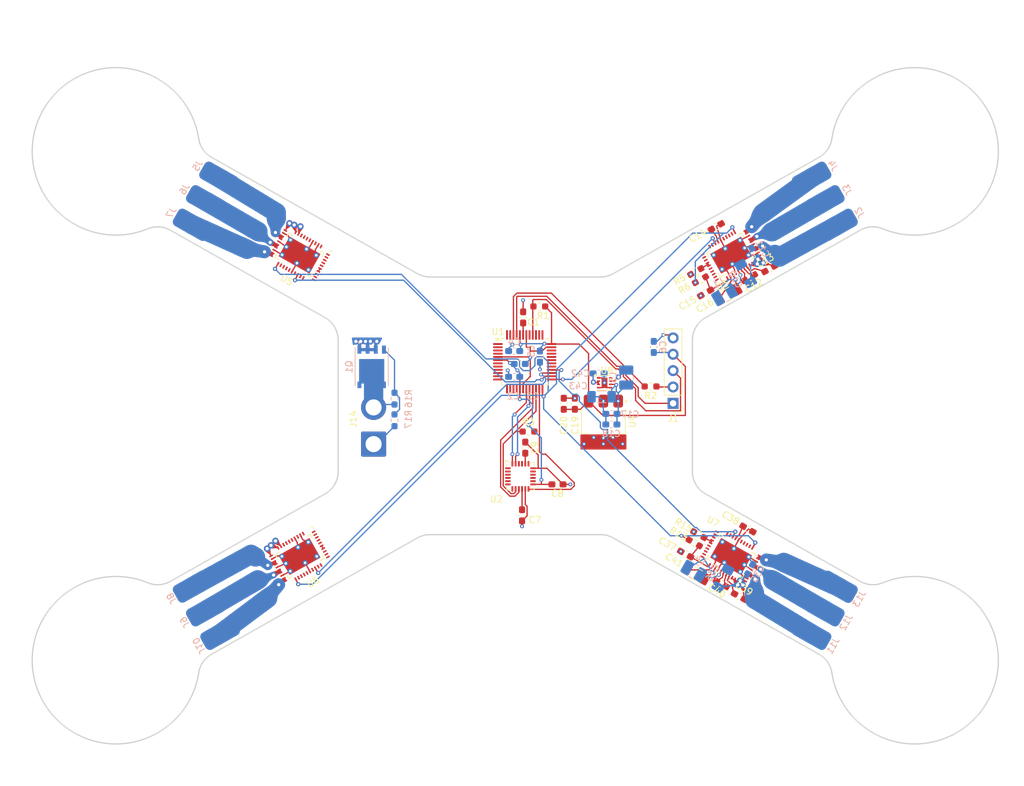
<source format=kicad_pcb>
(kicad_pcb (version 20241229) (generator "pcbnew") (generator_version "9.0")
  (layers (0 "F.Cu" signal) (4 "In1.Cu" power "GND") (6 "In2.Cu" power "VBAT") (2 "B.Cu" signal) (13 "F.Paste" user) (15 "B.Paste" user) (5 "F.SilkS" user "F.Silkscreen") (7 "B.SilkS" user "B.Silkscreen") (1 "F.Mask" user) (3 "B.Mask" user) (25 "Edge.Cuts" user))
  (net 0 "")
  (net 1 "Net-(U1-VDDCORE)")
  (net 22 "+3V3")
  (net 23 "Net-(J1-SWDIO)")
  (net 24 "Net-(J1-RESET)")
  (net 25 "Net-(J1-SWCLK)")
  (net 26 "Net-(U1-PA31)")
  (net 27 "Net-(U3-CPH)")
  (net 28 "/mcu/CRSF_RX")
  (net 29 "/mcu/USB_DM")
  (net 30 "/mcu/USB_DP")
  (net 31 "Net-(U3-CPL)")
  (net 32 "Net-(U3-CP)")
  (net 33 "/mcu/CRSF_TX")
  (net 34 "Net-(U2-REGOUT)")
  (net 35 "Net-(U2-CPOUT)")
  (net 36 "IMU_CS")
  (net 37 "IMU_INT")
  (net 38 "IMU_SCK")
  (net 39 "IMU_MISO")
  (net 40 "IMU_MOSI")
  (net 44 "Net-(U3-AVDD)")
  (net 45 "Net-(U3-DVDD)")
  (net 46 "VBK_M1")
  (net 47 "Net-(U5-DVDD)")
  (net 48 "Net-(U5-AVDD)")
  (net 49 "Net-(U5-CP)")
  (net 50 "Net-(U5-CPL)")
  (net 51 "Net-(U5-CPH)")
  (net 52 "VBK_M2")
  (net 53 "Net-(U6-DVDD)")
  (net 54 "Net-(U6-AVDD)")
  (net 55 "Net-(U6-CP)")
  (net 56 "Net-(U6-CPL)")
  (net 57 "Net-(U6-CPH)")
  (net 58 "VBK_M3")
  (net 59 "Net-(U7-DVDD)")
  (net 60 "Net-(U7-AVDD)")
  (net 61 "Net-(U7-CP)")
  (net 62 "Net-(U7-CPL)")
  (net 63 "Net-(U7-CPH)")
  (net 64 "VBK_M4")
  (net 65 "Net-(U3-SW_BK)")
  (net 66 "Net-(U5-SW_BK)")
  (net 67 "Net-(U6-SW_BK)")
  (net 68 "Net-(U7-SW_BK)")
  (net 69 "Net-(U3-BRAKE)")
  (net 70 "DRVOFF_ALL")
  (net 71 "Net-(U5-BRAKE)")
  (net 72 "Net-(U6-BRAKE)")
  (net 73 "Net-(U7-BRAKE)")
  (net 74 "M4_PWM")
  (net 76 "M3_PWM")
  (net 78 "M1_PWM")
  (net 79 "M2_PWM")
  (net 80 "/motor_esc1/M1_C")
  (net 88 "/motor_esc1/M1_A")
  (net 89 "/motor_esc1/M1_B")
  (net 92 "/motor_esc2/M2_C")
  (net 93 "/motor_esc2/M2_B")
  (net 98 "/motor_esc2/M2_A")
  (net 104 "/motor_esc3/M3_A")
  (net 105 "/motor_esc3/M3_B")
  (net 106 "/motor_esc3/M3_C")
  (net 110 "/motor_esc4/M4_B")
  (net 114 "/motor_esc4/M4_C")
  (net 115 "/motor_esc4/M4_A")
  (net 120 "Net-(J14-Pin_2)")
  (net 121 "Net-(Q1-G)")
  (net 122 "VBAT")
  (net 123 "GND")
  (net 124 "Net-(U4-VI)")
  (net 125 "Net-(U8-SW)")
  (footprint "MountingHole:MountingHole_2.2mm_M2" (layer "F.Cu") (at 94.000042 66.5)
    (property "Reference" "M8" (hide yes))
    (property "Value" "MountingHole_2.2mm_M2" (hide yes))
  )
  (footprint "Capacitor_SMD:C_0603_1608Metric_Pad1.08x0.95mm_HandSolder" (layer "F.Cu") (at 186.118864 119.127355 -29.4758)
    (property "Reference" "C38")
    (property "Value" "1uF")
  )
  (footprint "MountingHole:MountingHole_2.2mm_M2" (layer "F.Cu") (at 82.000042 54.5)
    (property "Reference" "M6" (hide yes))
    (property "Value" "MountingHole_2.2mm_M2" (hide yes))
  )
  (footprint "MountingHole:MountingHole_2.2mm_M2" (layer "F.Cu") (at 218.000042 133.5)
    (property "Reference" "M13" (hide yes))
    (property "Value" "MountingHole_2.2mm_M2" (hide yes))
  )
  (footprint "Capacitor_SMD:C_0603_1608Metric_Pad1.08x0.95mm_HandSolder" (layer "F.Cu") (at 156.5505 112.2036 180)
    (property "Reference" "C8")
    (property "Value" "100nF")
  )
  (footprint "MountingHole:MountingHole_2.2mm_M2" (layer "F.Cu") (at 94.000042 54.5)
    (property "Reference" "M5" (hide yes))
    (property "Value" "MountingHole_2.2mm_M2" (hide yes))
  )
  (footprint "MountingHole:MountingHole_2.2mm_M2" (layer "F.Cu") (at 82.000042 145.5)
    (property "Reference" "M11" (hide yes))
    (property "Value" "MountingHole_2.2mm_M2" (hide yes))
  )
  (footprint "Sensor_Motion:InvenSense_QFN-24_4x4mm_P0.5mm" (layer "F.Cu") (at 150.8005 110.9505)
    (property "Reference" "U2")
    (property "Value" "MPU-6000")
  )
  (footprint "MountingHole:MountingHole_2.2mm_M2" (layer "F.Cu") (at 94.000042 133.5)
    (property "Reference" "M9" (hide yes))
    (property "Value" "MountingHole_2.2mm_M2" (hide yes))
  )
  (footprint "MountingHole:MountingHole_2.2mm_M2" (layer "F.Cu") (at 82.000042 66.5)
    (property "Reference" "M7" (hide yes))
    (property "Value" "MountingHole_2.2mm_M2" (hide yes))
  )
  (footprint "Package_SON:WSON-8-1EP_2x2mm_P0.5mm_EP0.9x1.6mm" (layer "F.Cu") (at 163.85 96.425)
    (property "Reference" "U8")
    (property "Value" "TPS62162DSG")
  )
  (footprint "Capacitor_SMD:C_0603_1608Metric_Pad1.08x0.95mm_HandSolder" (layer "F.Cu") (at 181.2 72.175 29.476)
    (property "Reference" "C14")
    (property "Value" "1uF")
  )
  (footprint "Capacitor_SMD:C_0603_1608Metric_Pad1.08x0.95mm_HandSolder" (layer "F.Cu") (at 179.55 82.475 -150.524)
    (property "Reference" "C15")
    (property "Value" "1uF")
  )
  (footprint "MCF8316:MCF8316A_RGF0040E_VQFN-40-1EP_7x5mm_P0.5mm_EP5.5x3.5mm" (layer "F.Cu") (at 116.50165 76.60963 150.524)
    (property "Reference" "U5")
    (property "Value" "MCF8316A")
  )
  (footprint "Resistor_SMD:R_0603_1608Metric_Pad0.98x0.95mm_HandSolder" (layer "F.Cu") (at 178.75 80.425 -150.524)
    (property "Reference" "R6")
    (property "Value" "10k")
  )
  (footprint "Capacitor_SMD:C_0603_1608Metric_Pad1.08x0.95mm_HandSolder" (layer "F.Cu") (at 159.25 99.682501 90)
    (property "Reference" "C19")
    (property "Value" "100nF")
  )
  (footprint "MountingHole:MountingHole_2.2mm_M2" (layer "F.Cu") (at 206.000042 66.5)
    (property "Reference" "M3" (hide yes))
    (property "Value" "MountingHole_2.2mm_M2" (hide yes))
  )
  (footprint "Resistor_SMD:R_0603_1608Metric_Pad0.98x0.95mm_HandSolder" (layer "F.Cu") (at 171 97.0005 180)
    (property "Reference" "R2")
    (property "Value" "33")
  )
  (footprint "Resistor_SMD:R_0603_1608Metric_Pad0.98x0.95mm_HandSolder" (layer "F.Cu") (at 152.0505 104.0005 180)
    (property "Reference" "R3")
    (property "Value" "10k")
  )
  (footprint "MountingHole:MountingHole_2.2mm_M2" (layer "F.Cu") (at 206.000042 54.5)
    (property "Reference" "M2" (hide yes))
    (property "Value" "MountingHole_2.2mm_M2" (hide yes))
  )
  (footprint "Resistor_SMD:R_0603_1608Metric_Pad0.98x0.95mm_HandSolder" (layer "F.Cu") (at 178.025 79.15 29.476)
    (property "Reference" "R5")
    (property "Value" "10k")
  )
  (footprint "MCF8316:MCF8316A_RGF0040E_VQFN-40-1EP_7x5mm_P0.5mm_EP5.5x3.5mm" (layer "F.Cu") (at 116.50165 123.39037 -150.5241)
    (property "Reference" "U6")
    (property "Value" "MCF8316A")
  )
  (footprint "MountingHole:MountingHole_2.2mm_M2" (layer "F.Cu") (at 94.000042 145.5)
    (property "Reference" "M12" (hide yes))
    (property "Value" "MountingHole_2.2mm_M2" (hide yes))
  )
  (footprint "MCF8316:MCF8316A_RGF0040E_VQFN-40-1EP_7x5mm_P0.5mm_EP5.5x3.5mm" (layer "F.Cu") (at 183.49835 123.39037 -29.475889)
    (property "Reference" "U7")
    (property "Value" "MCF8316A")
  )
  (footprint "Resistor_SMD:R_0603_1608Metric_Pad0.98x0.95mm_HandSolder" (layer "F.Cu") (at 177.787198 121.28337 150.5242)
    (property "Reference" "R13")
    (property "Value" "10k")
  )
  (footprint "Capacitor_SMD:C_1206_3216Metric_Pad1.33x1.80mm_HandSolder" (layer "F.Cu") (at 178.030106 126.097838 150.5242)
    (property "Reference" "C41")
    (property "Value" "22uF")
  )
  (footprint "MountingHole:MountingHole_2.2mm_M2" (layer "F.Cu") (at 218.000042 54.5)
    (property "Reference" "M1" (hide yes))
    (property "Value" "MountingHole_2.2mm_M2" (hide yes))
  )
  (footprint "Capacitor_SMD:C_0603_1608Metric_Pad1.08x0.95mm_HandSolder" (layer "F.Cu") (at 151.5505 106.5005 90)
    (property "Reference" "C9")
    (property "Value" "2.2nF")
  )
  (footprint "Capacitor_SMD:C_0603_1608Metric_Pad1.08x0.95mm_HandSolder" (layer "F.Cu") (at 189.5 78.725 29.476)
    (property "Reference" "C13")
    (property "Value" "1uF")
  )
  (footprint "MountingHole:MountingHole_2.2mm_M2" (layer "F.Cu") (at 206.000042 133.5)
    (property "Reference" "M14" (hide yes))
    (property "Value" "MountingHole_2.2mm_M2" (hide yes))
  )
  (footprint "MountingHole:MountingHole_2.2mm_M2" (layer "F.Cu") (at 82.000042 133.5)
    (property "Reference" "M10" (hide yes))
    (property "Value" "MountingHole_2.2mm_M2" (hide yes))
  )
  (footprint "Capacitor_SMD:C_0603_1608Metric_Pad1.08x0.95mm_HandSolder" (layer "F.Cu") (at 181.985407 127.626923 150.5242)
    (property "Reference" "C40")
    (property "Value" "47nF")
  )
  (footprint "Capacitor_SMD:C_0603_1608Metric_Pad1.08x0.95mm_HandSolder" (layer "F.Cu") (at 176.443502 123.02606 150.5242)
    (property "Reference" "C37")
    (property "Value" "1uF")
  )
  (footprint "Connector_Wire:SolderWire-2sqmm_1x02_P7.8mm_D2mm_OD3.9mm" (layer "F.Cu") (at 128 105.95 90)
    (property "Reference" "J14")
    (property "Value" "Conn_01x02" (hide yes))
  )
  (footprint "MountingHole:MountingHole_2.2mm_M2" (layer "F.Cu") (at 218.000042 145.5)
    (property "Reference" "M16" (hide yes))
    (property "Value" "MountingHole_2.2mm_M2" (hide yes))
  )
  (footprint "Capacitor_SMD:C_0603_1608Metric_Pad1.08x0.95mm_HandSolder" (layer "F.Cu") (at 184.788056 129.616464 -29.475)
    (property "Reference" "C39")
    (property "Value" "1uF")
  )
  (footprint "Capacitor_SMD:C_0603_1608Metric_Pad1.08x0.95mm_HandSolder" (layer "F.Cu") (at 151.0505 117.0005 -90)
    (property "Reference" "C7")
    (property "Value" "100nF")
  )
  (footprint "Package_QFP:TQFP-48_7x7mm_P0.5mm" (layer "F.Cu") (at 151.4655 93.163)
    (property "Reference" "U1")
    (property "Value" "ATSAMD21G18A-A")
  )
  (footprint "MountingHole:MountingHole_2.2mm_M2" (layer "F.Cu") (at 218.000042 66.5)
    (property "Reference" "M4" (hide yes))
    (property "Value" "MountingHole_2.2mm_M2" (hide yes))
  )
  (footprint "Capacitor_SMD:C_1206_3216Metric_Pad1.33x1.80mm_HandSolder" (layer "F.Cu") (at 183 82.7 -150.524)
    (property "Reference" "C16")
    (property "Value" "22uF")
  )
  (footprint "Resistor_SMD:R_0603_1608Metric_Pad0.98x0.95mm_HandSolder" (layer "F.Cu") (at 178.505609 120.004644 -29.4758)
    (property "Reference" "R15")
    (property "Value" "10k")
  )
  (footprint "Capacitor_SMD:C_0603_1608Metric_Pad1.08x0.95mm_HandSolder" (layer "F.Cu") (at 151.2216 86.277 -90)
    (property "Reference" "C1")
    (property "Value" "1uF" (hide yes))
  )
  (footprint "MCF8316:MCF8316A_RGF0040E_VQFN-40-1EP_7x5mm_P0.5mm_EP5.5x3.5mm" (layer "F.Cu") (at 183.49835 76.60963 29.475889)
    (property "Reference" "U3")
    (property "Value" "MCF8316A")
  )
  (footprint "Capacitor_SMD:C_0603_1608Metric_Pad1.08x0.95mm_HandSolder" (layer "F.Cu") (at 157.525 99.687499 -90)
    (property "Reference" "C20")
    (property "Value" "10uF")
  )
  (footprint "Resistor_SMD:R_0603_1608Metric_Pad0.98x0.95mm_HandSolder" (layer "F.Cu") (at 153.7292 84.5782 180)
    (property "Reference" "R1")
    (property "Value" "10k")
  )
  (footprint "Connector_PinHeader_2.54mm:PinHeader_1x05_P2.54mm_Vertical" (layer "F.Cu") (at 174.5 99.6205 180)
    (property "Reference" "J1")
    (property "Value" "Conn_01x05_Socket" (hide yes))
  )
  (footprint "MountingHole:MountingHole_2.2mm_M2" (layer "F.Cu") (at 206.000042 145.5)
    (property "Reference" "M15" (hide yes))
    (property "Value" "MountingHole_2.2mm_M2" (hide yes))
  )
  (footprint "Package_TO_SOT_SMD:SOT-223-3_TabPin2" (layer "F.Cu") (at 163.675 102.425 -90)
    (property "Reference" "U4")
    (property "Value" "MCP1826S")
  )
  (footprint "Capacitor_SMD:C_0603_1608Metric_Pad1.08x0.95mm_HandSolder" (layer "F.Cu") (at 186.35 80.1 -150.524)
    (property "Reference" "C12")
    (property "Value" "47nF")
  )
  (footprint "Capacitor_SMD:C_0603_1608Metric_Pad1.08x0.95mm_HandSolder" (layer "B.Cu") (at 186.43 125.38 60.524)
    (property "Reference" "C35")
    (property "Value" "100nF")
  )
  (footprint "Capacitor_SMD:C_1206_3216Metric_Pad1.33x1.80mm_HandSolder" (layer "B.Cu") (at 185.768842 79.454854 -60.524)
    (property "Reference" "C10")
    (property "Value" "22uF")
  )
  (footprint "Capacitor_SMD:C_0603_1608Metric_Pad1.08x0.95mm_HandSolder" (layer "B.Cu") (at 164.912499 102.9)
    (property "Reference" "C18")
    (property "Value" "10uF")
  )
  (footprint "Connector_Wire:SolderWirePad_1x01_SMD_3x6mm" (layer "B.Cu") (at 99.9 128.065328 -60.524)
    (property "Reference" "J8")
    (property "Value" "SolderWirePad_1x01_SMD_3x6mm" (hide yes))
  )
  (footprint "Package_SO:PowerPAK_SO-8_Single" (layer "B.Cu") (at 127.705 93.955 -90)
    (property "Reference" "Q1")
    (property "Value" "Si7139DP")
  )
  (footprint "Capacitor_SMD:C_0603_1608Metric_Pad1.08x0.95mm_HandSolder" (layer "B.Cu") (at 162.937499 94.975)
    (property "Reference" "C42")
    (property "Value" "10uF")
  )
  (footprint "Capacitor_SMD:C_0603_1608Metric_Pad1.08x0.95mm_HandSolder" (layer "B.Cu") (at 171.5 90.863 90)
    (property "Reference" "C6")
    (property "Value" "4.7uF")
  )
  (footprint "Connector_Wire:SolderWirePad_1x01_SMD_3x6mm" (layer "B.Cu") (at 196 64.6 119.4759)
    (property "Reference" "J4")
    (property "Value" "SolderWirePad_1x01_SMD_3x6mm" (hide yes))
  )
  (footprint "Capacitor_SMD:C_0603_1608Metric_Pad1.08x0.95mm_HandSolder" (layer "B.Cu") (at 187.15 76.3 119.476)
    (property "Reference" "C11")
    (property "Value" "100nF")
  )
  (footprint "Inductor_SMD:L_1008_2520Metric_Pad1.43x2.20mm_HandSolder" (layer "B.Cu") (at 167.225 95.612499 -90)
    (property "Reference" "L5")
    (property "Value" "2.2uH")
  )
  (footprint "Capacitor_SMD:C_1206_3216Metric_Pad1.33x1.80mm_HandSolder" (layer "B.Cu") (at 182.238387 126.796286 -119.4758)
    (property "Reference" "C36")
    (property "Value" "22uF")
  )
  (footprint "Capacitor_SMD:C_0603_1608Metric_Pad1.08x0.95mm_HandSolder" (layer "B.Cu") (at 149.8255 91.5005 180)
    (property "Reference" "C4")
    (property "Value" "100nF")
  )
  (footprint "Connector_Wire:SolderWirePad_1x01_SMD_3x6mm" (layer "B.Cu") (at 99.9 71.9 -119.476)
    (property "Reference" "J7")
    (property "Value" "SolderWirePad_1x01_SMD_3x6mm" (hide yes))
  )
  (footprint "Capacitor_SMD:C_0603_1608Metric_Pad1.08x0.95mm_HandSolder" (layer "B.Cu") (at 153.8255 92.363 -90)
    (property "Reference" "C5")
    (property "Value" "100nF")
  )
  (footprint "Capacitor_SMD:C_0603_1608Metric_Pad1.08x0.95mm_HandSolder" (layer "B.Cu") (at 164.925 101.25 180)
    (property "Reference" "C17")
    (property "Value" "100nF")
  )
  (footprint "Capacitor_SMD:C_0603_1608Metric_Pad1.08x0.95mm_HandSolder" (layer "B.Cu") (at 150.688 93.5005)
    (property "Reference" "C3")
    (property "Value" "100nF")
  )
  (footprint "Resistor_SMD:R_0603_1608Metric_Pad0.98x0.95mm_HandSolder" (layer "B.Cu") (at 131.25 102.25 -90)
    (property "Reference" "R17")
    (property "Value" "100k")
  )
  (footprint "Inductor_SMD:L_1008_2520Metric_Pad1.43x2.20mm_HandSolder" (layer "B.Cu") (at 177.7227 125.684144 150.524)
    (property "Reference" "L4")
    (property "Value" "2.2uH")
  )
  (footprint "Capacitor_SMD:C_0603_1608Metric_Pad1.08x0.95mm_HandSolder" (layer "B.Cu") (at 149.8255 95.5005 180)
    (property "Reference" "C2")
    (property "Value" "100nF")
  )
  (footprint "Connector_Wire:SolderWirePad_1x01_SMD_3x6mm" (layer "B.Cu") (at 101.95 68.25 -119.476)
    (property "Reference" "J6")
    (property "Value" "SolderWirePad_1x01_SMD_3x6mm" (hide yes))
  )
  (footprint "Connector_Wire:SolderWirePad_1x01_SMD_3x6mm" (layer "B.Cu") (at 198.05 68.25 119.4759)
    (property "Reference" "J3")
    (property "Value" "SolderWirePad_1x01_SMD_3x6mm" (hide yes))
  )
  (footprint "Connector_Wire:SolderWirePad_1x01_SMD_3x6mm" (layer "B.Cu") (at 200.1 71.9 119.4759)
    (property "Reference" "J2")
    (property "Value" "SolderWirePad_1x01_SMD_3x6mm" (hide yes))
  )
  (footprint "Connector_Wire:SolderWirePad_1x01_SMD_3x6mm" (layer "B.Cu") (at 200.1 128.1 60.524)
    (property "Reference" "J13")
    (property "Value" "SolderWirePad_1x01_SMD_3x6mm" (hide yes))
  )
  (footprint "Connector_Wire:SolderWirePad_1x01_SMD_3x6mm" (layer "B.Cu") (at 196 135.4 60.524)
    (property "Reference" "J11")
    (property "Value" "SolderWirePad_1x01_SMD_3x6mm" (hide yes))
  )
  (footprint "Connector_Wire:SolderWirePad_1x01_SMD_3x6mm" (layer "B.Cu") (at 104 64.6 -119.476)
    (property "Reference" "J5")
    (property "Value" "SolderWirePad_1x01_SMD_3x6mm" (hide yes))
  )
  (footprint "Connector_Wire:SolderWirePad_1x01_SMD_3x6mm" (layer "B.Cu") (at 198.05 131.75 60.524)
    (property "Reference" "J12")
    (property "Value" "SolderWirePad_1x01_SMD_3x6mm" (hide yes))
  )
  (footprint "Capacitor_SMD:C_1206_3216Metric_Pad1.33x1.80mm_HandSolder" (layer "B.Cu") (at 163.4 98.6 180)
    (property "Reference" "C43")
    (property "Value" "22uF")
  )
  (footprint "Resistor_SMD:R_0603_1608Metric_Pad0.98x0.95mm_HandSolder" (layer "B.Cu") (at 131.25 98.8875 90)
    (property "Reference" "R16")
    (property "Value" "100k")
  )
  (footprint "Connector_Wire:SolderWirePad_1x01_SMD_3x6mm" (layer "B.Cu") (at 104.169648 135.4 -60.524)
    (property "Reference" "J10")
    (property "Value" "SolderWirePad_1x01_SMD_3x6mm" (hide yes))
  )
  (footprint "Inductor_SMD:L_1008_2520Metric_Pad1.43x2.20mm_HandSolder" (layer "B.Cu") (at 182.487027 82.75 -150.524)
    (property "Reference" "L1")
    (property "Value" "2.2uH")
  )
  (footprint "Connector_Wire:SolderWirePad_1x01_SMD_3x6mm" (layer "B.Cu") (at 101.95 131.75 -60.524)
    (property "Reference" "J9")
    (property "Value" "SolderWirePad_1x01_SMD_3x6mm" (hide yes))
  )
  (gr_line (start 177.5 110.199708) (end 177.5 89.8003) (stroke (width 0.2)) (layer "Edge.Cuts"))
  (gr_arc (start 120.468235 86.318046) (mid 121.954919 87.784467) (end 122.5 89.80029) (stroke (width 0.2)) (layer "Edge.Cuts"))
  (gr_arc (start 199.148505 58.540647) (mid 198.486878 60.208928) (end 197.162427 61.42002) (stroke (width 0.2)) (layer "Edge.Cuts"))
  (gr_arc (start 179.53177 113.681957) (mid 178.045115 112.215517) (end 177.5 110.199708) (stroke (width 0.2)) (layer "Edge.Cuts"))
  (gr_arc (start 88 152.5) (mid 75.247134 136.977224) (end 92.949635 127.479138) (stroke (width 0.2)) (layer "Edge.Cuts"))
  (gr_arc (start 122.5 110.199708) (mid 121.954924 112.21554) (end 120.468231 113.681957) (stroke (width 0.2)) (layer "Edge.Cuts"))
  (gr_arc (start 92.949635 72.520862) (mid 83.601967 72.733451) (end 76.529412 66.617647) (stroke (width 0.2)) (layer "Edge.Cuts"))
  (gr_line (start 163.237943 80) (end 136.76214 80) (stroke (width 0.2)) (layer "Edge.Cuts"))
  (gr_arc (start 102.837618 61.420045) (mid 101.513138 60.208946) (end 100.851495 58.540647) (stroke (width 0.2)) (layer "Edge.Cuts"))
  (gr_arc (start 136.76214 80) (mid 135.744462 79.8684) (end 134.793758 79.482212) (stroke (width 0.2)) (layer "Edge.Cuts"))
  (gr_line (start 122.5 89.80029) (end 122.5 110.199708) (stroke (width 0.2)) (layer "Edge.Cuts"))
  (gr_arc (start 177.5 89.8003) (mid 178.045083 87.784476) (end 179.531771 86.318042) (stroke (width 0.2)) (layer "Edge.Cuts"))
  (gr_arc (start 212 47.5) (mid 224.752866 63.022776) (end 207.050365 72.520862) (stroke (width 0.2)) (layer "Edge.Cuts"))
  (gr_line (start 120.468231 113.681957) (end 96.440829 127.262663) (stroke (width 0.2)) (layer "Edge.Cuts"))
  (gr_arc (start 203.559166 72.73734) (mid 205.279848 72.227232) (end 207.050365 72.520862) (stroke (width 0.2)) (layer "Edge.Cuts"))
  (gr_arc (start 92.949635 72.520862) (mid 94.720151 72.227242) (end 96.440834 72.73734) (stroke (width 0.2)) (layer "Edge.Cuts"))
  (gr_arc (start 163.237944 120) (mid 164.255532 120.131612) (end 165.20617 120.517748) (stroke (width 0.2)) (layer "Edge.Cuts"))
  (gr_arc (start 100.851495 141.459353) (mid 101.513094 139.791054) (end 102.837572 138.579981) (stroke (width 0.2)) (layer "Edge.Cuts"))
  (gr_line (start 197.162427 61.42002) (end 165.206215 79.482227) (stroke (width 0.2)) (layer "Edge.Cuts"))
  (gr_arc (start 207.050365 127.479138) (mid 216.398033 127.266549) (end 223.470588 133.382353) (stroke (width 0.2)) (layer "Edge.Cuts"))
  (gr_arc (start 223.470588 133.382353) (mid 216.097098 151.837495) (end 199.148505 141.459353) (stroke (width 0.2)) (layer "Edge.Cuts"))
  (gr_line (start 134.793758 79.482212) (end 102.837618 61.420045) (stroke (width 0.2)) (layer "Edge.Cuts"))
  (gr_arc (start 96.440829 127.262662) (mid 94.720149 127.772716) (end 92.949635 127.479138) (stroke (width 0.2)) (layer "Edge.Cuts"))
  (gr_arc (start 100.851495 141.459353) (mid 96.471375 149.360821) (end 88 152.5) (stroke (width 0.2)) (layer "Edge.Cuts"))
  (gr_arc (start 197.162429 138.579981) (mid 198.486879 139.791069) (end 199.148505 141.459353) (stroke (width 0.2)) (layer "Edge.Cuts"))
  (gr_line (start 203.559171 127.262663) (end 179.53177 113.681957) (stroke (width 0.2)) (layer "Edge.Cuts"))
  (gr_arc (start 76.529412 66.617647) (mid 83.902902 48.162505) (end 100.851495 58.540647) (stroke (width 0.2)) (layer "Edge.Cuts"))
  (gr_arc (start 207.050365 127.479138) (mid 205.279851 127.772729) (end 203.559171 127.262663) (stroke (width 0.2)) (layer "Edge.Cuts"))
  (gr_arc (start 134.79383 120.517748) (mid 135.744464 120.131602) (end 136.762056 120) (stroke (width 0.2)) (layer "Edge.Cuts"))
  (gr_line (start 165.20617 120.517748) (end 197.162429 138.579981) (stroke (width 0.2)) (layer "Edge.Cuts"))
  (gr_arc (start 165.206215 79.482227) (mid 164.255558 79.868387) (end 163.237943 80) (stroke (width 0.2)) (layer "Edge.Cuts"))
  (gr_line (start 96.440834 72.73734) (end 120.468235 86.318046) (stroke (width 0.2)) (layer "Edge.Cuts"))
  (gr_line (start 136.762056 120) (end 163.237944 120) (stroke (width 0.2)) (layer "Edge.Cuts"))
  (gr_line (start 102.837572 138.579981) (end 134.79383 120.517748) (stroke (width 0.2)) (layer "Edge.Cuts"))
  (gr_line (start 179.531771 86.318042) (end 203.559166 72.73734) (stroke (width 0.2)) (layer "Edge.Cuts"))
  (gr_arc (start 199.148505 58.540647) (mid 203.528614 50.639166) (end 212 47.5) (stroke (width 0.2)) (layer "Edge.Cuts"))
  (segment (start 151.2185 87.1425) (end 151.2186 87.1425) (width 0.2) (layer "F.Cu") (net 1))
  (segment (start 151.2155 87.1455) (end 151.2185 87.1425) (width 0.2) (layer "F.Cu") (net 1))
  (segment (start 151.2185 87.1425) (end 151.2215 87.1395) (width 0.2) (layer "F.Cu") (net 1))
  (segment (start 151.2155 89.0005) (end 151.2155 87.1455) (width 0.2) (layer "F.Cu") (net 1))
  (segment (start 151.2186 87.1425) (end 151.2216 87.1395) (width 0.2) (layer "F.Cu") (net 1))
  (segment (start 149.1885 93.363) (end 148.7385 92.913) (width 0.2) (layer "F.Cu") (net 22))
  (segment (start 154.6417 84.5782) (end 154.6416 84.5783) (width 0.2) (layer "F.Cu") (net 22))
  (segment (start 150.7025 97.3385) (end 150.7155 97.3255) (width 0.2) (layer "F.Cu") (net 22))
  (segment (start 150.8255 90.5005) (end 150.7155 90.3905) (width 0.2) (layer "F.Cu") (net 22))
  (segment (start 154.6416 84.5783) (end 155.6285 85.5644) (width 0.2) (layer "F.Cu") (net 22))
  (segment (start 154.0505 111.5005) (end 154.0505 112.2035) (width 0.2) (layer "F.Cu") (net 22))
  (segment (start 154.5805 90.413) (end 155.628 90.413) (width 0.2) (layer "F.Cu") (net 22))
  (segment (start 152.963 103.9572) (end 152.9625 103.9567) (width 0.2) (layer "F.Cu") (net 22))
  (segment (start 155.628 90.413) (end 155.6285 90.413) (width 0.2) (layer "F.Cu") (net 22))
  (segment (start 154.5285 90.3608) (end 154.5805 90.413) (width 0.2) (layer "F.Cu") (net 22))
  (segment (start 147.303 92.913) (end 147.3025 92.913) (width 0.2) (layer "F.Cu") (net 22))
  (segment (start 150.7155 94.8905) (end 150.7155 97.3255) (width 0.2) (layer "F.Cu") (net 22))
  (segment (start 174.5 92.0005) (end 176.399 93.8995) (width 0.2) (layer "F.Cu") (net 22))
  (segment (start 152.7535 112.2035) (end 152.7505 112.2005) (width 0.2) (layer "F.Cu") (net 22))
  (segment (start 150.7025 97.3382) (end 150.7155 97.3255) (width 0.2) (layer "F.Cu") (net 22))
  (segment (start 176.399 93.8995) (end 176.399 101.5005) (width 0.2) (layer "F.Cu") (net 22))
  (segment (start 154.0505 112.2035) (end 152.7535 112.2035) (width 0.2) (layer "F.Cu") (net 22))
  (segment (start 152.9625 103.9125) (end 152.9625 103.9567) (width 0.2) (layer "F.Cu") (net 22))
  (segment (start 155.3691 112.2035) (end 155.6879 112.2035) (width 0.2) (layer "F.Cu") (net 22))
  (segment (start 155.6885 112.2035) (end 155.3691 112.2035) (width 0.2) (layer "F.Cu") (net 22))
  (segment (start 154.6415 84.5782) (end 154.6416 84.5783) (width 0.2) (layer "F.Cu") (net 22))
  (segment (start 155.6285 85.5644) (end 155.6285 90.413) (width 0.2) (layer "F.Cu") (net 22))
  (segment (start 157.525 100.55) (end 159.245002 100.55) (width 0.2) (layer "F.Cu") (net 22))
  (segment (start 163.6005 101.5005) (end 161.375 99.275) (width 0.2) (layer "F.Cu") (net 22))
  (segment (start 155.6879 112.2035) (end 155.688 112.2036) (width 0.2) (layer "F.Cu") (net 22))
  (segment (start 150.7155 90.3905) (end 150.7155 89.0005) (width 0.2) (layer "F.Cu") (net 22))
  (segment (start 159.895962 90.413) (end 161.375 91.892038) (width 0.2) (layer "F.Cu") (net 22))
  (segment (start 161.375 99.275) (end 161.375 91.892038) (width 0.2) (layer "F.Cu") (net 22))
  (segment (start 159.245002 100.55) (end 159.25 100.545002) (width 0.2) (layer "F.Cu") (net 22))
  (segment (start 160.104998 100.545002) (end 161.375 99.275) (width 0.2) (layer "F.Cu") (net 22))
  (segment (start 155.628 90.413) (end 159.895962 90.413) (width 0.2) (layer "F.Cu") (net 22))
  (segment (start 148.7385 92.913) (end 147.303 92.913) (width 0.2) (layer "F.Cu") (net 22))
  (segment (start 159.25 100.545002) (end 160.104998 100.545002) (width 0.2) (layer "F.Cu") (net 22))
  (segment (start 150.7025 98.9826) (end 150.7025 97.3385) (width 0.2) (layer "F.Cu") (net 22))
  (segment (start 152.9625 103.9567) (end 152.9625 104.0005) (width 0.2) (layer "F.Cu") (net 22))
  (segment (start 152.963 104.0005) (end 152.963 103.9572) (width 0.2) (layer "F.Cu") (net 22))
  (segment (start 176.399 101.5005) (end 163.6005 101.5005) (width 0.2) (layer "F.Cu") (net 22))
  (segment (start 150.3255 94.5005) (end 150.7155 94.8905) (width 0.2) (layer "F.Cu") (net 22))
  (segment (start 152.0505 103.0005) (end 152.9625 103.9125) (width 0.2) (layer "F.Cu") (net 22))
  (segment (start 155.3691 112.2035) (end 154.0505 112.2035) (width 0.2) (layer "F.Cu") (net 22))
  (via (at 154.0505 111.5005) (size 0.6) (drill 0.3) (layers "F.Cu" "B.Cu") (net 22))
  (via (at 150.8255 90.5005) (size 0.6) (drill 0.3) (layers "F.Cu" "B.Cu") (net 22))
  (via (at 152.0505 103.0005) (size 0.6) (drill 0.3) (layers "F.Cu" "B.Cu") (net 22))
  (via (at 150.3255 94.5005) (size 0.6) (drill 0.3) (layers "F.Cu" "B.Cu") (net 22))
  (via (at 149.1885 93.363) (size 0.6) (drill 0.3) (layers "F.Cu" "B.Cu") (net 22))
  (via (at 150.7025 98.9826) (size 0.6) (drill 0.3) (layers "F.Cu" "B.Cu") (net 22))
  (via (at 154.5285 90.3608) (size 0.6) (drill 0.3) (layers "F.Cu" "B.Cu") (net 22))
  (segment (start 153.8255 91.0636) (end 154.5285 90.3608) (width 0.2) (layer "B.Cu") (net 22))
  (segment (start 152.6515 99.751557) (end 151.882543 98.9826) (width 0.2) (layer "B.Cu") (net 22))
  (segment (start 171.5 91.7255) (end 173.8283 91.7255) (width 0.2) (layer "B.Cu") (net 22))
  (segment (start 150.6885 95.5005) (end 150.6885 94.863) (width 0.2) (layer "B.Cu") (net 22))
  (segment (start 150.3255 94.5005) (end 150.3255 94.5) (width 0.2) (layer "B.Cu") (net 22))
  (segment (start 173.8283 91.7255) (end 174.225 91.7255) (width 0.2) (layer "B.Cu") (net 22))
  (segment (start 150.9652 90.3608) (end 150.8255 90.5005) (width 0.2) (layer "B.Cu") (net 22))
  (segment (start 150.6885 94.863) (end 150.3255 94.5005) (width 0.2) (layer "B.Cu") (net 22))
  (segment (start 174.225 91.7255) (end 174.5 92.0005) (width 0.2) (layer "B.Cu") (net 22))
  (segment (start 149.1885 93.363) (end 149.688 93.363) (width 0.2) (layer "B.Cu") (net 22))
  (segment (start 153.8255 91.5005) (end 153.8255 91.0636) (width 0.2) (layer "B.Cu") (net 22))
  (segment (start 152.0505 103.0005) (end 154.0505 105.0005) (width 0.2) (layer "B.Cu") (net 22))
  (segment (start 154.5285 90.3608) (end 150.9652 90.3608) (width 0.2) (layer "B.Cu") (net 22))
  (segment (start 149.1885 93.363) (end 149.3255 93.5005) (width 0.2) (layer "B.Cu") (net 22))
  (segment (start 149.688 93.363) (end 149.8255 93.5005) (width 0.2) (layer "B.Cu") (net 22))
  (segment (start 150.688 95.5005) (end 150.6885 95.5005) (width 0.2) (layer "B.Cu") (net 22))
  (segment (start 152.6515 102.3995) (end 152.6515 99.751557) (width 0.2) (layer "B.Cu") (net 22))
  (segment (start 150.6885 90.638) (end 150.8255 90.5005) (width 0.2) (layer "B.Cu") (net 22))
  (segment (start 150.688 91.5005) (end 150.6885 91.5005) (width 0.2) (layer "B.Cu") (net 22))
  (segment (start 150.8255 91.363) (end 150.688 91.5005) (width 0.2) (layer "B.Cu") (net 22))
  (segment (start 151.882543 98.9826) (end 150.7025 98.9826) (width 0.2) (layer "B.Cu") (net 22))
  (segment (start 152.0505 103.0005) (end 152.6515 102.3995) (width 0.2) (layer "B.Cu") (net 22))
  (segment (start 154.0505 105.0005) (end 154.0505 111.5005) (width 0.2) (layer "B.Cu") (net 22))
  (segment (start 150.8255 90.5005) (end 150.8255 91.363) (width 0.2) (layer "B.Cu") (net 22))
  (segment (start 150.3255 94.5) (end 149.1885 93.363) (width 0.2) (layer "B.Cu") (net 22))
  (segment (start 165.768035 93.881801) (end 154.886734 83.0005) (width 0.2) (layer "F.Cu") (net 23))
  (segment (start 167.170707 95.284473) (end 167.170707 94.893138) (width 0.2) (layer "F.Cu") (net 23))
  (segment (start 150.2155 83.1105) (end 150.2155 89.0005) (width 0.2) (layer "F.Cu") (net 23))
  (segment (start 167.170707 94.893138) (end 166.15937 93.881801) (width 0.2) (layer "F.Cu") (net 23))
  (segment (start 170.145 99.6205) (end 169.075 98.5505) (width 0.2) (layer "F.Cu") (net 23))
  (segment (start 174.5 99.6205) (end 170.145 99.6205) (width 0.2) (layer "F.Cu") (net 23))
  (segment (start 150.3255 83.0005) (end 150.2155 83.1105) (width 0.2) (layer "F.Cu") (net 23))
  (segment (start 169.075 97.188766) (end 167.170707 95.284473) (width 0.2) (layer "F.Cu") (net 23))
  (segment (start 169.075 98.5505) (end 169.075 97.188766) (width 0.2) (layer "F.Cu") (net 23))
  (segment (start 154.886734 83.0005) (end 150.3255 83.0005) (width 0.2) (layer "F.Cu") (net 23))
  (segment (start 166.15937 93.881801) (end 165.768035 93.881801) (width 0.2) (layer "F.Cu") (net 23))
  (segment (start 166.770708 95.451574) (end 166.770708 95.058824) (width 0.2) (layer "F.Cu") (net 24))
  (segment (start 175.651 95.6915) (end 175.651 100.7715) (width 0.2) (layer "F.Cu") (net 24))
  (segment (start 152.8165 84.5782) (end 152.7935 84.5782) (width 0.2) (layer "F.Cu") (net 24))
  (segment (start 152.7155 84.5005) (end 152.7155 89.0005) (width 0.2) (layer "F.Cu") (net 24))
  (segment (start 166.770708 95.058824) (end 165.993685 94.281801) (width 0.2) (layer "F.Cu") (net 24))
  (segment (start 152.7155 83.6105) (end 152.7155 84.5005) (width 0.2) (layer "F.Cu") (net 24))
  (segment (start 170.271 100.7715) (end 168.675 99.1755) (width 0.2) (layer "F.Cu") (net 24))
  (segment (start 168.675 99.1755) (end 168.675 97.355866) (width 0.2) (layer "F.Cu") (net 24))
  (segment (start 174.5 94.5405) (end 175.651 95.6915) (width 0.2) (layer "F.Cu") (net 24))
  (segment (start 152.7935 84.5782) (end 152.7155 84.5005) (width 0.2) (layer "F.Cu") (net 24))
  (segment (start 165.993685 94.281801) (end 165.600935 94.281801) (width 0.2) (layer "F.Cu") (net 24))
  (segment (start 152.8167 84.5782) (end 152.7935 84.5782) (width 0.2) (layer "F.Cu") (net 24))
  (segment (start 154.819634 83.5005) (end 152.8255 83.5005) (width 0.2) (layer "F.Cu") (net 24))
  (segment (start 175.651 100.7715) (end 170.271 100.7715) (width 0.2) (layer "F.Cu") (net 24))
  (segment (start 168.675 97.355866) (end 166.770708 95.451574) (width 0.2) (layer "F.Cu") (net 24))
  (segment (start 165.600935 94.281801) (end 154.819634 83.5005) (width 0.2) (layer "F.Cu") (net 24))
  (segment (start 152.8255 83.5005) (end 152.7155 83.6105) (width 0.2) (layer "F.Cu") (net 24))
  (segment (start 171.9523 97.0407) (end 171.912 97.0005) (width 0.2) (layer "F.Cu") (net 25))
  (segment (start 174.5 97.0805) (end 171.992 97.0805) (width 0.2) (layer "F.Cu") (net 25))
  (segment (start 171.992 97.0805) (end 171.9523 97.0407) (width 0.2) (layer "F.Cu") (net 25))
  (segment (start 171.9125 97.0005) (end 171.9125 97.0009) (width 0.2) (layer "F.Cu") (net 25))
  (segment (start 171.9125 97.0009) (end 171.9523 97.0407) (width 0.2) (layer "F.Cu") (net 25))
  (segment (start 149.7155 83.0434) (end 149.7155 89.0005) (width 0.2) (layer "F.Cu") (net 26))
  (segment (start 155.5875 82.5005) (end 150.2585 82.5005) (width 0.2) (layer "F.Cu") (net 26))
  (segment (start 170.0875 97.0005) (end 155.5875 82.5005) (width 0.2) (layer "F.Cu") (net 26))
  (segment (start 150.2585 82.5005) (end 149.7155 83.0434) (width 0.2) (layer "F.Cu") (net 26))
  (segment (start 170.0875 97.0005) (end 170.0877 97.0003) (width 0.2) (layer "F.Cu") (net 26))
  (segment (start 170.088 97.0005) (end 170.0877 97.0003) (width 0.2) (layer "F.Cu") (net 26))
  (segment (start 186.25 79.5) (end 187.10086 79.675599) (width 0.2) (layer "F.Cu") (net 27))
  (segment (start 185.529032 78.678163) (end 186.25 79.5) (width 0.2) (layer "F.Cu") (net 27))
  (segment (start 185.6 79.45) (end 185.59914 80.524401) (width 0.2) (layer "F.Cu") (net 31))
  (segment (start 185.09375 78.924192) (end 185.6 79.45) (width 0.2) (layer "F.Cu") (net 31))
  (segment (start 186.5 79.1) (end 187.15 78.7) (width 0.2) (layer "F.Cu") (net 32))
  (segment (start 185.964314 78.432134) (end 186.5 79.1) (width 0.2) (layer "F.Cu") (net 32))
  (segment (start 187.15 78.7) (end 188.74914 79.149401) (width 0.2) (layer "F.Cu") (net 32))
  (segment (start 151.0505 116.1385) (end 151.0505 112.9005) (width 0.2) (layer "F.Cu") (net 34))
  (segment (start 151.5505 109.0005) (end 151.5505 107.3625) (width 0.2) (layer "F.Cu") (net 35))
  (segment (start 148.1245 112.4335) (end 148.1245 105.9265) (width 0.2) (layer "F.Cu") (net 36))
  (segment (start 150.0505 112.9005) (end 150.0505 113.3595) (width 0.2) (layer "F.Cu") (net 36))
  (segment (start 149.3175 113.6265) (end 148.1245 112.4335) (width 0.2) (layer "F.Cu") (net 36))
  (segment (start 149.7835 113.6265) (end 149.3175 113.6265) (width 0.2) (layer "F.Cu") (net 36))
  (segment (start 151.138 104.0005) (end 151.1385 104.0005) (width 0.2) (layer "F.Cu") (net 36))
  (segment (start 150.0505 104.0005) (end 153.2155 100.8355) (width 0.2) (layer "F.Cu") (net 36))
  (segment (start 150.0505 113.3595) (end 149.7835 113.6265) (width 0.2) (layer "F.Cu") (net 36))
  (segment (start 150.0505 104.0005) (end 151.138 104.0005) (width 0.2) (layer "F.Cu") (net 36))
  (segment (start 148.1245 105.9265) (end 150.0505 104.0005) (width 0.2) (layer "F.Cu") (net 36))
  (segment (start 153.2155 100.8355) (end 153.2155 97.3255) (width 0.2) (layer "F.Cu") (net 36))
  (segment (start 154.6975 107.5005) (end 154.1225 107.5005) (width 0.2) (layer "F.Cu") (net 37))
  (segment (start 153.7515 107.1295) (end 153.7515 97.3615) (width 0.2) (layer "F.Cu") (net 37))
  (segment (start 159.1515 112.4525) (end 159.1515 111.9545) (width 0.2) (layer "F.Cu") (net 37))
  (segment (start 159.1515 111.9545) (end 154.6975 107.5005) (width 0.2) (layer "F.Cu") (net 37))
  (segment (start 152.0505 112.9005) (end 152.1295 112.9795) (width 0.2) (layer "F.Cu") (net 37))
  (segment (start 152.1295 112.9795) (end 158.6245 112.9795) (width 0.2) (layer "F.Cu") (net 37))
  (segment (start 158.6245 112.9795) (end 159.1515 112.4525) (width 0.2) (layer "F.Cu") (net 37))
  (segment (start 154.1225 107.5005) (end 153.7515 107.1295) (width 0.2) (layer "F.Cu") (net 37))
  (segment (start 153.7515 97.3615) (end 153.7155 97.3255) (width 0.2) (layer "F.Cu") (net 37))
  (segment (start 150.1515 107.7495) (end 150.0505 107.8505) (width 0.2) (layer "F.Cu") (net 38))
  (segment (start 150.1515 107.6995) (end 150.1515 107.7495) (width 0.2) (layer "F.Cu") (net 38))
  (segment (start 152.2155 99.8355) (end 152.2155 97.3255) (width 0.2) (layer "F.Cu") (net 38))
  (segment (start 152.0505 100.0005) (end 152.2155 99.8355) (width 0.2) (layer "F.Cu") (net 38))
  (segment (start 150.0505 107.8505) (end 150.0505 109.0005) (width 0.2) (layer "F.Cu") (net 38))
  (segment (start 150.3505 107.5005) (end 150.1515 107.6995) (width 0.2) (layer "F.Cu") (net 38))
  (via (at 152.0505 100.0005) (size 0.6) (drill 0.3) (layers "F.Cu" "B.Cu") (net 38))
  (via (at 150.3505 107.5005) (size 0.6) (drill 0.3) (layers "F.Cu" "B.Cu") (net 38))
  (segment (start 150.3505 101.7505) (end 152.0505 100.0504) (width 0.2) (layer "B.Cu") (net 38))
  (segment (start 150.3505 107.5005) (end 150.3505 101.7505) (width 0.2) (layer "B.Cu") (net 38))
  (segment (start 152.0505 100.0504) (end 152.0505 100.0005) (width 0.2) (layer "B.Cu") (net 38))
  (segment (start 149.1515 114.0275) (end 147.7235 112.5995) (width 0.2) (layer "F.Cu") (net 39))
  (segment (start 147.7235 105.3275) (end 152.7155 100.3355) (width 0.2) (layer "F.Cu") (net 39))
  (segment (start 150.5505 113.4265) (end 149.9495 114.0275) (width 0.2) (layer "F.Cu") (net 39))
  (segment (start 150.5505 112.9005) (end 150.5505 113.4265) (width 0.2) (layer "F.Cu") (net 39))
  (segment (start 152.7155 100.3355) (end 152.7155 97.3255) (width 0.2) (layer "F.Cu") (net 39))
  (segment (start 149.9495 114.0275) (end 149.1515 114.0275) (width 0.2) (layer "F.Cu") (net 39))
  (segment (start 147.7235 112.5995) (end 147.7235 105.3275) (width 0.2) (layer "F.Cu") (net 39))
  (segment (start 149.9005 101.3006) (end 151.7155 99.4856) (width 0.2) (layer "F.Cu") (net 40))
  (segment (start 149.5505 109.0005) (end 149.5505 107.5005) (width 0.2) (layer "F.Cu") (net 40))
  (segment (start 151.7155 99.4856) (end 151.7155 97.3255) (width 0.2) (layer "F.Cu") (net 40))
  (segment (start 149.9005 101.3505) (end 149.9005 101.3006) (width 0.2) (layer "F.Cu") (net 40))
  (via (at 149.5505 107.5005) (size 0.6) (drill 0.3) (layers "F.Cu" "B.Cu") (net 40))
  (via (at 149.9005 101.3505) (size 0.6) (drill 0.3) (layers "F.Cu" "B.Cu") (net 40))
  (segment (start 149.9005 101.3505) (end 149.5505 101.7005) (width 0.2) (layer "B.Cu") (net 40))
  (segment (start 149.5505 101.7005) (end 149.5505 107.5005) (width 0.2) (layer "B.Cu") (net 40))
  (segment (start 180.44914 72.599401) (end 181.225 73.725) (width 0.2) (layer "F.Cu") (net 44))
  (segment (start 181.225 73.725) (end 181.467668 74.541097) (width 0.2) (layer "F.Cu") (net 44))
  (segment (start 180.364748 82.014748) (end 182.975 80.55) (width 0.2) (layer "F.Cu") (net 45))
  (segment (start 182.975 80.55) (end 182.917344 80.154335) (width 0.2) (layer "F.Cu") (net 45))
  (segment (start 179.544388 79.975996) (end 180.30086 82.050599) (width 0.2) (layer "F.Cu") (net 45))
  (segment (start 180.30086 82.050599) (end 180.364748 82.014748) (width 0.2) (layer "F.Cu") (net 45))
  (segment (start 183.787907 79.662278) (end 184.2 80.4) (width 0.2) (layer "F.Cu") (net 46))
  (segment (start 184.2 80.4) (end 184.360254 81.931158) (width 0.2) (layer "F.Cu") (net 46))
  (via (at 184.2 80.4) (size 0.65) (drill 0.3) (layers "F.Cu" "B.Cu") (remove_unused_layers yes) (net 46))
  (segment (start 184.2 80.4) (end 183.160261 80.4) (width 0.2) (layer "B.Cu") (net 46))
  (segment (start 183.160261 80.4) (end 181.475 82.085261) (width 0.2) (layer "B.Cu") (net 46))
  (segment (start 181.475 82.085261) (end 181.475 83.322019) (width 0.2) (layer "B.Cu") (net 46))
  (segment (start 179.859188 124.967539) (end 180.168433 124.714074) (width 0.2) (layer "F.Cu") (net 59))
  (segment (start 178.581589 121.732368) (end 177.194363 123.45046) (width 0.2) (layer "F.Cu") (net 59))
  (segment (start 177.25803 123.486704) (end 179.859188 124.967539) (width 0.2) (layer "F.Cu") (net 59))
  (segment (start 185.368001 118.702954) (end 184.803819 119.948199) (width 0.2) (layer "F.Cu") (net 60))
  (segment (start 184.803819 119.948199) (end 184.229797 120.577012) (width 0.2) (layer "F.Cu") (net 60))
  (segment (start 183.208793 126.443018) (end 182.92 127.11) (width 0.2) (layer "F.Cu") (net 61))
  (segment (start 183.72 128.3) (end 184.037189 129.192076) (width 0.2) (layer "F.Cu") (net 61))
  (segment (start 182.92 127.11) (end 183.503154 127.616846) (width 0.2) (layer "F.Cu") (net 61))
  (segment (start 183.503154 127.616846) (end 183.74 127.78) (width 0.2) (layer "F.Cu") (net 61))
  (segment (start 183.74 127.78) (end 183.72 128.3) (width 0.2) (layer "F.Cu") (net 61))
  (segment (start 182.155465 126.649128) (end 182.334498 125.947227) (width 0.2) (layer "F.Cu") (net 62))
  (segment (start 182.155465 126.649128) (end 181.234543 127.202524) (width 0.2) (layer "F.Cu") (net 62))
  (segment (start 182.447869 127.231794) (end 182.773512 126.196989) (width 0.2) (layer "F.Cu") (net 63))
  (segment (start 182.447869 127.231794) (end 182.736266 128.051323) (width 0.2) (layer "F.Cu") (net 63))
  (segment (start 181.038993 125.206132) (end 180.619505 125.939672) (width 0.2) (layer "F.Cu") (net 64))
  (segment (start 180.619505 125.939672) (end 179.390362 126.866678) (width 0.2) (layer "F.Cu") (net 64))
  (via (at 180.619505 125.939672) (size 0.65) (drill 0.3) (layers "F.Cu" "B.Cu") (remove_unused_layers yes) (net 64))
  (segment (start 180.619505 125.939672) (end 179.304319 123.755002) (width 0.2) (layer "B.Cu") (net 64))
  (segment (start 176.781831 125.230336) (end 179.304319 123.755002) (width 0.2) (layer "B.Cu") (net 64))
  (segment (start 184.65847 79.17022) (end 184.95 79.7) (width 0.2) (layer "F.Cu") (net 65))
  (via (at 184.95 79.7) (size 0.6) (drill 0.3) (layers "F.Cu" "B.Cu") (net 65))
  (segment (start 184.95 80.825) (end 184.852035 80.825) (width 0.2) (layer "B.Cu") (net 65))
  (segment (start 184.95 80.825) (end 184.95 79.7) (width 0.2) (layer "B.Cu") (net 65))
  (segment (start 184.852035 80.825) (end 183.499054 82.177981) (width 0.2) (layer "B.Cu") (net 65))
  (segment (start 181.90295 125.704932) (end 181.61 126.26) (width 0.2) (layer "F.Cu") (net 68))
  (via (at 181.61 126.26) (size 0.6) (drill 0.3) (layers "F.Cu" "B.Cu") (net 68))
  (segment (start 180.591684 126.717491) (end 178.734729 126.256158) (width 0.2) (layer "B.Cu") (net 68))
  (segment (start 180.591684 126.717491) (end 181.61 126.26) (width 0.2) (layer "B.Cu") (net 68))
  (segment (start 179.939362 78.035638) (end 179.821168 77.826525) (width 0.2) (layer "F.Cu") (net 69))
  (segment (start 180.067197 78.261807) (end 179.939362 78.035638) (width 0.2) (layer "F.Cu") (net 69))
  (segment (start 178.819388 78.700996) (end 179.939362 78.035638) (width 0.2) (layer "F.Cu") (net 69))
  (segment (start 186.834877 122.059923) (end 187.25 121.25) (width 0.2) (layer "F.Cu") (net 70))
  (segment (start 176.992809 120.834369) (end 175.79 120.18) (width 0.2) (layer "F.Cu") (net 70))
  (segment (start 113.165121 77.940071) (end 112.7 78.75) (width 0.2) (layer "F.Cu") (net 70))
  (segment (start 186.841488 122.053182) (end 187.301169 121.333659) (width 0.2) (layer "F.Cu") (net 70))
  (segment (start 115.920645 126.935075) (end 116.3 127.7) (width 0.2) (layer "F.Cu") (net 70))
  (segment (start 154.4 98.55) (end 154.2155 98.3655) (width 0.2) (layer "F.Cu") (net 70))
  (segment (start 154.2155 98.3655) (end 154.2155 97.3255) (width 0.2) (layer "F.Cu") (net 70))
  (segment (start 184.079356 73.064925) (end 183.7 72.3) (width 0.2) (layer "F.Cu") (net 70))
  (via (at 183.7 72.3) (size 0.65) (drill 0.3) (layers "F.Cu" "B.Cu") (net 70))
  (via (at 112.7 78.75) (size 0.65) (drill 0.3) (layers "F.Cu" "B.Cu") (net 70))
  (via (at 187.25 121.25) (size 0.65) (drill 0.3) (layers "F.Cu" "B.Cu") (net 70))
  (via (at 177.955612 80.874004) (size 0.6) (drill 0.3) (layers "F.Cu" "B.Cu") (net 70))
  (via (at 154.4 98.55) (size 0.65) (drill 0.3) (layers "F.Cu" "B.Cu") (net 70))
  (via (at 175.79 120.18) (size 0.6) (drill 0.3) (layers "F.Cu" "B.Cu") (net 70))
  (via (at 116.3 127.7) (size 0.65) (drill 0.3) (layers "F.Cu" "B.Cu") (net 70))
  (segment (start 154.4 98.55) (end 155.102 97.848) (width 0.2) (layer "B.Cu") (net 70))
  (segment (start 154.4 98.55) (end 154.2316 98.3816) (width 0.2) (layer "B.Cu") (net 70))
  (segment (start 155.102 93.196366) (end 154.292634 92.387) (width 0.2) (layer "B.Cu") (net 70))
  (segment (start 118.535298 127.7) (end 116.3 127.7) (width 0.2) (layer "B.Cu") (net 70))
  (segment (start 155.102 97.848) (end 155.102 93.196366) (width 0.2) (layer "B.Cu") (net 70))
  (segment (start 154.4 100.499943) (end 174.076057 120.176) (width 0.2) (layer "B.Cu") (net 70))
  (segment (start 150.355134 92.7245) (end 145.448466 92.7245) (width 0.2) (layer "B.Cu") (net 70))
  (segment (start 147.853698 98.3816) (end 118.535298 127.7) (width 0.2) (layer "B.Cu") (net 70))
  (segment (start 150.664 93.033366) (end 150.355134 92.7245) (width 0.2) (layer "B.Cu") (net 70))
  (segment (start 145.448466 92.7245) (end 132.323966 79.6) (width 0.2) (layer "B.Cu") (net 70))
  (segment (start 177.560107 73.18995) (end 182.345348 73.18995) (width 0.2) (layer "B.Cu") (net 70))
  (segment (start 150.664 93.967634) (end 150.664 93.033366) (width 0.2) (layer "B.Cu") (net 70))
  (segment (start 174.076057 120.176) (end 186.176 120.176) (width 0.2) (layer "B.Cu") (net 70))
  (segment (start 151.230266 94.5339) (end 150.664 93.967634) (width 0.2) (layer "B.Cu") (net 70))
  (segment (start 177.955612 80.874004) (end 177.955612 77.579686) (width 0.2) (layer "B.Cu") (net 70))
  (segment (start 156.398 96.552) (end 156.398 94.352057) (width 0.2) (layer "B.Cu") (net 70))
  (segment (start 186.176 120.176) (end 187.25 121.25) (width 0.2) (layer "B.Cu") (net 70))
  (segment (start 153.358366 92.387) (end 153.0495 92.695866) (width 0.2) (layer "B.Cu") (net 70))
  (segment (start 182.345348 73.18995) (end 182.81005 73.18995) (width 0.2) (layer "B.Cu") (net 70))
  (segment (start 177.955612 77.579686) (end 182.345348 73.18995) (width 0.2) (layer "B.Cu") (net 70))
  (segment (start 154.4 98.55) (end 156.398 96.552) (width 0.2) (layer "B.Cu") (net 70))
  (segment (start 132.323966 79.6) (end 113.55 79.6) (width 0.2) (layer "B.Cu") (net 70))
  (segment (start 113.55 79.6) (end 112.7 78.75) (width 0.2) (layer "B.Cu") (net 70))
  (segment (start 154.2316 98.3816) (end 147.853698 98.3816) (width 0.2) (layer "B.Cu") (net 70))
  (segment (start 156.398 94.352057) (end 177.560107 73.18995) (width 0.2) (layer "B.Cu") (net 70))
  (segment (start 154.4 98.55) (end 154.4 100.499943) (width 0.2) (layer "B.Cu") (net 70))
  (segment (start 182.81005 73.18995) (end 183.7 72.3) (width 0.2) (layer "B.Cu") (net 70))
  (segment (start 152.270734 94.5339) (end 151.230266 94.5339) (width 0.2) (layer "B.Cu") (net 70))
  (segment (start 153.0495 92.695866) (end 153.0495 93.755134) (width 0.2) (layer "B.Cu") (net 70))
  (segment (start 153.0495 93.755134) (end 152.270734 94.5339) (width 0.2) (layer "B.Cu") (net 70))
  (segment (start 154.292634 92.387) (end 153.358366 92.387) (width 0.2) (layer "B.Cu") (net 70))
  (segment (start 119.68677 78.697094) (end 119.440741 79.132375) (width 0.2) (layer "F.Cu") (net 71))
  (segment (start 119.932803 121.738192) (end 120.178831 122.173474) (width 0.2) (layer "F.Cu") (net 72))
  (segment (start 179.3 120.453644) (end 180.447669 121.07) (width 0.2) (layer "F.Cu") (net 73))
  (segment (start 180.447669 121.07) (end 180.565864 120.860886) (width 0.2) (layer "F.Cu") (net 73))
  (segment (start 180.559254 120.86763) (end 180.313226 121.302912) (width 0.2) (layer "F.Cu") (net 73))
  (segment (start 180.319835 121.29617) (end 180.447669 121.07) (width 0.2) (layer "F.Cu") (net 73))
  (segment (start 155.665 94.45) (end 155.628 94.413) (width 0.2) (layer "F.Cu") (net 74))
  (segment (start 157.15 94.45) (end 155.665 94.45) (width 0.2) (layer "F.Cu") (net 74))
  (segment (start 183.787907 120.337722) (end 184.15 119.55) (width 0.2) (layer "F.Cu") (net 74))
  (via (at 184.15 119.55) (size 0.65) (drill 0.3) (layers "F.Cu" "B.Cu") (net 74))
  (via (at 157.15 94.45) (size 0.6) (drill 0.3) (layers "F.Cu" "B.Cu") (net 74))
  (segment (start 157.15 94.45) (end 156.799 94.801) (width 0.2) (layer "B.Cu") (net 74))
  (segment (start 159.95 98.605761) (end 159.95 99.299943) (width 0.2) (layer "B.Cu") (net 74))
  (segment (start 163.211498 102.561441) (end 163.211498 103.367134) (width 0.2) (layer "B.Cu") (net 74))
  (segment (start 164.326057 103.676) (end 164.326057 105.326057) (width 0.2) (layer "B.Cu") (net 74))
  (segment (start 163.211498 103.367134) (end 163.520364 103.676) (width 0.2) (layer "B.Cu") (net 74))
  (segment (start 158.875057 98.225) (end 159.569239 98.225) (width 0.2) (layer "B.Cu") (net 74))
  (segment (start 178.14 118.91) (end 178.78 119.55) (width 0.2) (layer "B.Cu") (net 74))
  (segment (start 159.95 99.299943) (end 163.211498 102.561441) (width 0.2) (layer "B.Cu") (net 74))
  (segment (start 163.520364 103.676) (end 164.326057 103.676) (width 0.2) (layer "B.Cu") (net 74))
  (segment (start 156.799 94.801) (end 156.799 96.148943) (width 0.2) (layer "B.Cu") (net 74))
  (segment (start 156.799 96.148943) (end 158.875057 98.225) (width 0.2) (layer "B.Cu") (net 74))
  (segment (start 159.569239 98.225) (end 159.95 98.605761) (width 0.2) (layer "B.Cu") (net 74))
  (segment (start 164.326057 105.326057) (end 177.91 118.91) (width 0.2) (layer "B.Cu") (net 74))
  (segment (start 178.78 119.55) (end 184.15 119.55) (width 0.2) (layer "B.Cu") (net 74))
  (segment (start 177.91 118.91) (end 178.14 118.91) (width 0.2) (layer "B.Cu") (net 74))
  (segment (start 154 95.15) (end 154.237 94.913) (width 0.2) (layer "F.Cu") (net 76))
  (segment (start 154.237 94.913) (end 155.628 94.913) (width 0.2) (layer "F.Cu") (net 76))
  (segment (start 118.967614 125.212874) (end 119.4 125.95) (width 0.2) (layer "F.Cu") (net 76))
  (via (at 119.4 125.95) (size 0.65) (drill 0.3) (layers "F.Cu" "B.Cu") (net 76))
  (via (at 154 95.15) (size 0.6) (drill 0.3) (layers "F.Cu" "B.Cu") (net 76))
  (segment (start 119.4 125.95) (end 148.6725 96.6775) (width 0.2) (layer "B.Cu") (net 76))
  (segment (start 154.222443 96.6775) (end 154.701 96.198943) (width 0.2) (layer "B.Cu") (net 76))
  (segment (start 148.6725 96.6775) (end 154.222443 96.6775) (width 0.2) (layer "B.Cu") (net 76))
  (segment (start 154.149943 95.15) (end 154 95.15) (width 0.2) (layer "B.Cu") (net 76))
  (segment (start 154.701 96.198943) (end 154.701 95.701057) (width 0.2) (layer "B.Cu") (net 76))
  (segment (start 154.701 95.701057) (end 154.149943 95.15) (width 0.2) (layer "B.Cu") (net 76))
  (segment (start 157.4 95.9) (end 155.641 95.9) (width 0.2) (layer "F.Cu") (net 78))
  (segment (start 181.032386 74.787126) (end 180.65 74) (width 0.2) (layer "F.Cu") (net 78))
  (segment (start 155.641 95.9) (end 155.628 95.913) (width 0.2) (layer "F.Cu") (net 78))
  (via (at 180.65 74) (size 0.65) (drill 0.3) (layers "F.Cu" "B.Cu") (net 78))
  (via (at 157.4 95.9) (size 0.6) (drill 0.3) (layers "F.Cu" "B.Cu") (net 78))
  (segment (start 180.65 74) (end 158.75 95.9) (width 0.2) (layer "B.Cu") (net 78))
  (segment (start 158.75 95.9) (end 157.4 95.9) (width 0.2) (layer "B.Cu") (net 78))
  (segment (start 154.1 95.95) (end 154.65 95.4) (width 0.2) (layer "F.Cu") (net 79))
  (segment (start 155.615 95.4) (end 155.628 95.413) (width 0.2) (layer "F.Cu") (net 79))
  (segment (start 116.212087 79.662277) (end 115.8 80.5) (width 0.2) (layer "F.Cu") (net 79))
  (segment (start 154.65 95.4) (end 155.615 95.4) (width 0.2) (layer "F.Cu") (net 79))
  (via (at 154.1 95.95) (size 0.6) (drill 0.3) (layers "F.Cu" "B.Cu") (net 79))
  (via (at 115.8 80.5) (size 0.65) (drill 0.3) (layers "F.Cu" "B.Cu") (net 79))
  (segment (start 132.656866 80.5) (end 115.8 80.5) (width 0.2) (layer "B.Cu") (net 79))
  (segment (start 148.433366 96.2765) (end 132.656866 80.5) (width 0.2) (layer "B.Cu") (net 79))
  (segment (start 153.0235 96.2765) (end 148.433366 96.2765) (width 0.2) (layer "B.Cu") (net 79))
  (segment (start 153.35 95.95) (end 153.0235 96.2765) (width 0.2) (layer "B.Cu") (net 79))
  (segment (start 154.1 95.95) (end 153.35 95.95) (width 0.2) (layer "B.Cu") (net 79))
  (segment (start 185.69936 72.781046) (end 185.814769 72.985231) (width 0.2) (layer "F.Cu") (net 80))
  (segment (start 185.814769 72.985231) (end 186.7 72.2) (width 0.5) (layer "F.Cu") (net 80))
  (segment (start 185.814769 72.985231) (end 185.945388 73.216327) (width 0.2) (layer "F.Cu") (net 80))
  (via (at 186.7 72.2) (size 1) (drill 0.5) (layers "F.Cu" "B.Cu") (net 80))
  (segment (start 196 64.6) (end 188.464968 70.064968) (width 3) (layer "B.Cu") (net 80))
  (segment (start 186.7 72.2) (end 188.464968 70.064968) (width 2) (layer "B.Cu") (net 80))
  (segment (start 187.295324 75.604676) (end 188.4 75.2) (width 0.5) (layer "F.Cu") (net 88))
  (segment (start 187.295324 75.604676) (end 187.42156 75.828016) (width 0.2) (layer "F.Cu") (net 88))
  (segment (start 187.175532 75.392735) (end 187.295324 75.604676) (width 0.2) (layer "F.Cu") (net 88))
  (via (at 188.4 75.2) (size 1) (drill 0.5) (layers "F.Cu" "B.Cu") (net 88))
  (segment (start 188.4 75.2) (end 190.3 76.5) (width 1.5) (layer "B.Cu") (net 88))
  (segment (start 200.1 71.9) (end 191 76.9) (width 3) (layer "B.Cu") (net 88))
  (segment (start 191 76.9) (end 190.3 76.5) (width 3) (layer "B.Cu") (net 88))
  (segment (start 186.437446 74.08689) (end 186.573102 74.326898) (width 0.2) (layer "F.Cu") (net 89))
  (segment (start 186.573102 74.326898) (end 187.5 73.7) (width 0.5) (layer "F.Cu") (net 89))
  (segment (start 186.573102 74.326898) (end 186.683474 74.522172) (width 0.2) (layer "F.Cu") (net 89))
  (via (at 187.5 73.7) (size 1) (drill 0.5) (layers "F.Cu" "B.Cu") (net 89))
  (segment (start 187.5 73.7) (end 189.941736 72.94694) (width 1) (layer "B.Cu") (net 89))
  (segment (start 198.05 68.25) (end 189.941736 72.94694) (width 3) (layer "B.Cu") (net 89))
  (segment (start 112.200353 76.447619) (end 111.071053 76.094202) (width 0.5) (layer "F.Cu") (net 92))
  (segment (start 112.086382 76.69857) (end 112.200353 76.447619) (width 0.2) (layer "F.Cu") (net 92))
  (segment (start 112.332412 76.263289) (end 112.200353 76.447619) (width 0.2) (layer "F.Cu") (net 92))
  (via (at 111.071053 76.094202) (size 1) (drill 0.5) (layers "F.Cu" "B.Cu") (net 92))
  (segment (start 99.9 71.9) (end 108.331602 75.683257) (width 3) (layer "B.Cu") (net 92))
  (segment (start 111.071053 76.094202) (end 108.331602 75.683257) (width 2) (layer "B.Cu") (net 92))
  (segment (start 112.958688 75.105953) (end 112.824471 75.392727) (width 0.2) (layer "F.Cu") (net 93))
  (segment (start 113.0705 74.957446) (end 112.958688 75.105953) (width 0.2) (layer "F.Cu") (net 93))
  (segment (start 112.958688 75.105953) (end 111.943547 74.635176) (width 0.5) (layer "F.Cu") (net 93))
  (via (at 111.943547 74.635176) (size 1) (drill 0.5) (layers "F.Cu" "B.Cu") (net 93))
  (segment (start 101.95 68.25) (end 110.039028 72.931657) (width 3) (layer "B.Cu") (net 93))
  (segment (start 111.943547 74.635176) (end 110.039028 72.931657) (width 1) (layer "B.Cu") (net 93))
  (segment (start 113.562559 74.086885) (end 113.680911 73.828175) (width 0.2) (layer "F.Cu") (net 98))
  (segment (start 113.680911 73.828175) (end 113.808589 73.651604) (width 0.2) (layer "F.Cu") (net 98))
  (segment (start 113.680911 73.828175) (end 112.764465 73.090478) (width 0.5) (layer "F.Cu") (net 98))
  (via (at 112.764465 73.090478) (size 1) (drill 0.5) (layers "F.Cu" "B.Cu") (net 98))
  (segment (start 112.879938 69.986179) (end 112.898276 70.792197) (width 3) (layer "B.Cu") (net 98))
  (segment (start 104 64.6) (end 112.879938 69.986179) (width 3) (layer "B.Cu") (net 98))
  (segment (start 112.764465 73.090478) (end 112.898276 70.792197) (width 1.5) (layer "B.Cu") (net 98))
  (segment (start 112.675545 124.368793) (end 111.570868 124.773471) (width 0.5) (layer "F.Cu") (net 104))
  (segment (start 112.824469 124.607266) (end 112.675545 124.368793) (width 0.2) (layer "F.Cu") (net 104))
  (segment (start 112.675545 124.368793) (end 112.57844 124.171985) (width 0.2) (layer "F.Cu") (net 104))
  (via (at 111.570868 124.773471) (size 1) (drill 0.5) (layers "F.Cu" "B.Cu") (net 104))
  (segment (start 99.9 128.065328) (end 108.970869 123.07347) (width 3) (layer "B.Cu") (net 104))
  (segment (start 111.570868 124.773471) (end 109.670868 123.473471) (width 1.5) (layer "B.Cu") (net 104))
  (segment (start 108.970869 123.07347) (end 109.670868 123.473471) (width 3) (layer "B.Cu") (net 104))
  (segment (start 113.397764 125.646572) (end 112.470868 126.27347) (width 0.5) (layer "F.Cu") (net 105))
  (segment (start 113.397764 125.646572) (end 113.316526 125.477829) (width 0.2) (layer "F.Cu") (net 105))
  (segment (start 113.562555 125.91311) (end 113.397764 125.646572) (width 0.2) (layer "F.Cu") (net 105))
  (via (at 112.470868 126.27347) (size 1) (drill 0.5) (layers "F.Cu" "B.Cu") (net 105))
  (segment (start 101.95 131.75) (end 110.029132 127.02653) (width 3) (layer "B.Cu") (net 105))
  (segment (start 112.470868 126.27347) (end 110.029132 127.02653) (width 1) (layer "B.Cu") (net 105))
  (segment (start 114.300641 127.218954) (end 114.156099 126.988241) (width 0.2) (layer "F.Cu") (net 106))
  (segment (start 114.156099 126.988241) (end 113.270869 127.773471) (width 0.5) (layer "F.Cu") (net 106))
  (segment (start 114.054612 126.783673) (end 114.156099 126.988241) (width 0.2) (layer "F.Cu") (net 106))
  (via (at 113.270869 127.773471) (size 1) (drill 0.5) (layers "F.Cu" "B.Cu") (net 106))
  (segment (start 113.270869 127.773471) (end 111.505901 129.908503) (width 2) (layer "B.Cu") (net 106))
  (segment (start 104.169648 135.4) (end 111.505901 129.908503) (width 3) (layer "B.Cu") (net 106))
  (segment (start 187.080341 124.912896) (end 186.969969 125.108169) (width 0.2) (layer "F.Cu") (net 110))
  (segment (start 187.215998 124.672887) (end 187.080341 124.912896) (width 0.2) (layer "F.Cu") (net 110))
  (segment (start 187.080341 124.912896) (end 188.095481 125.383672) (width 0.5) (layer "F.Cu") (net 110))
  (via (at 188.095481 125.383672) (size 1) (drill 0.5) (layers "F.Cu" "B.Cu") (net 110))
  (segment (start 198.05 131.75) (end 190 127.087192) (width 3) (layer "B.Cu") (net 110))
  (segment (start 188.095481 125.383672) (end 190 127.087192) (width 1) (layer "B.Cu") (net 110))
  (segment (start 187.954084 123.367043) (end 187.838676 123.571229) (width 0.2) (layer "F.Cu") (net 114))
  (segment (start 187.838676 123.571229) (end 188.967974 123.924646) (width 0.5) (layer "F.Cu") (net 114))
  (segment (start 187.838676 123.571229) (end 187.708056 123.802324) (width 0.2) (layer "F.Cu") (net 114))
  (via (at 188.967974 123.924646) (size 1) (drill 0.5) (layers "F.Cu" "B.Cu") (net 114))
  (segment (start 188.967974 123.924646) (end 191.707426 124.335591) (width 2) (layer "B.Cu") (net 114))
  (segment (start 200.1 128.1) (end 191.707426 124.335591) (width 3) (layer "B.Cu") (net 114))
  (segment (start 186.358117 126.190673) (end 186.231882 126.414013) (width 0.2) (layer "F.Cu") (net 115))
  (segment (start 186.477911 125.978731) (end 186.358117 126.190673) (width 0.2) (layer "F.Cu") (net 115))
  (segment (start 186.358117 126.190673) (end 187.274564 126.928371) (width 0.5) (layer "F.Cu") (net 115))
  (via (at 187.274564 126.928371) (size 1) (drill 0.5) (layers "F.Cu" "B.Cu") (net 115))
  (segment (start 187.274564 126.928371) (end 187.140752 129.226651) (width 1.5) (layer "B.Cu") (net 115))
  (segment (start 196 135.4) (end 187.159089 130.032668) (width 3) (layer "B.Cu") (net 115))
  (segment (start 187.159089 130.032668) (end 187.140752 129.226651) (width 3) (layer "B.Cu") (net 115))
  (segment (start 131.25 99.8) (end 128.45 99.8) (width 0.2) (layer "B.Cu") (net 120))
  (segment (start 128.45 99.8) (end 128 100.25) (width 0.2) (layer "B.Cu") (net 120))
  (segment (start 128.005 94.645) (end 128 100.25) (width 3) (layer "B.Cu") (net 120))
  (segment (start 132.026 98.751) (end 131.25 97.975) (width 0.2) (layer "B.Cu") (net 121))
  (segment (start 132.026 100.5615) (end 132.026 98.751) (width 0.2) (layer "B.Cu") (net 121))
  (segment (start 131.25 92.925) (end 129.61 91.285) (width 0.2) (layer "B.Cu") (net 121))
  (segment (start 131.25 101.3375) (end 132.026 100.5615) (width 0.2) (layer "B.Cu") (net 121))
  (segment (start 131.25 97.975) (end 131.25 92.925) (width 0.2) (layer "B.Cu") (net 121))
  (segment (start 162.9 96.4) (end 162.9 96.675) (width 0.2) (layer "F.Cu") (net 122))
  (segment (start 162.9 96.4) (end 162.194766 96.4) (width 0.2) (layer "F.Cu") (net 122))
  (segment (start 112.086382 123.301422) (end 111.47087 122.17347) (width 0.2) (layer "F.Cu") (net 122))
  (segment (start 113.165123 122.059924) (end 112.070868 121.673472) (width 0.2) (layer "F.Cu") (net 122))
  (segment (start 184.55 127.8) (end 184.39 127.8) (width 0.2) (layer "F.Cu") (net 122))
  (segment (start 185.538923 130.040852) (end 185.31 127.82) (width 0.2) (layer "F.Cu") (net 122))
  (segment (start 113.600404 121.813895) (end 112.77087 120.973471) (width 0.2) (layer "F.Cu") (net 122))
  (segment (start 184.998954 127.218954) (end 184.92 127.14) (width 0.2) (layer "F.Cu") (net 122))
  (segment (start 162.9 96.175) (end 162.9 96.4) (width 0.2) (layer "F.Cu") (net 122))
  (segment (start 185.22 127.91) (end 185.054281 127.91) (width 0.2) (layer "F.Cu") (net 122))
  (segment (start 184.55 127.8) (end 183.644075 126.689046) (width 0.2) (layer "F.Cu") (net 122))
  (segment (start 187.65 77.225) (end 187.45 77.425) (width 0.2) (layer "F.Cu") (net 122))
  (segment (start 190.25086 78.300599) (end 188.5 77.8) (width 0.2) (layer "F.Cu") (net 122))
  (segment (start 116.638963 72.158674) (end 116.355932 73.310954) (width 0.2) (layer "F.Cu") (net 122))
  (segment (start 187.349954 77.425) (end 186.834877 77.940077) (width 0.2) (layer "F.Cu") (net 122))
  (segment (start 185.054281 127.91) (end 184.079356 126.935075) (width 0.2) (layer "F.Cu") (net 122))
  (segment (start 185.31 127.82) (end 185.22 127.91) (width 0.2) (layer "F.Cu") (net 122))
  (segment (start 114.940397 71.663831) (end 114.300647 72.781042) (width 0.2) (layer "F.Cu") (net 122))
  (segment (start 115.678219 71.919991) (end 115.920651 73.064924) (width 0.2) (layer "F.Cu") (net 122))
  (segment (start 187.45 77.425) (end 187.349954 77.425) (width 0.2) (layer "F.Cu") (net 122))
  (segment (start 162.194766 96.4) (end 162.125 96.330234) (width 0.2) (layer "F.Cu") (net 122))
  (segment (start 188.5 77.8) (end 187.913618 76.698578) (width 0.2) (layer "F.Cu") (net 122))
  (segment (start 185.69936 127.218954) (end 184.998954 127.218954) (width 0.2) (layer "F.Cu") (net 122))
  (segment (start 187.575 77.975) (end 186.399595 78.186106) (width 0.2) (layer "F.Cu") (net 122))
  (via (at 162.125 96.330234) (size 0.8) (drill 0.4) (layers "F.Cu" "B.Cu") (net 122))
  (via (at 127.5 90) (size 1) (drill 0.5) (layers "F.Cu" "B.Cu") (net 122))
  (via (at 116.638963 72.158674) (size 1) (drill 0.5) (layers "F.Cu" "B.Cu") (net 122))
  (via (at 188.5 77.8) (size 1) (drill 0.5) (layers "F.Cu" "B.Cu") (net 122))
  (via (at 126.75 90) (size 1) (drill 0.5) (layers "F.Cu" "B.Cu") (net 122))
  (via (at 184.92 127.14) (size 1) (drill 0.5) (layers "F.Cu" "B.Cu") (net 122))
  (via (at 128.5 90) (size 1) (drill 0.5) (layers "F.Cu" "B.Cu") (net 122))
  (via (at 115.678219 71.919991) (size 1) (drill 0.5) (layers "F.Cu" "B.Cu") (net 122))
  (via (at 114.940397 71.663831) (size 1) (drill 0.5) (layers "F.Cu" "B.Cu") (net 122))
  (via (at 187.575 77.975) (size 1) (drill 0.5) (layers "F.Cu" "B.Cu") (net 122))
  (via (at 125.25 90) (size 1) (drill 0.5) (layers "F.Cu" "B.Cu") (net 122))
  (via (at 112.77087 120.973471) (size 1) (drill 0.5) (layers "F.Cu" "B.Cu") (net 122))
  (via (at 112.070868 121.673472) (size 1) (drill 0.5) (layers "F.Cu" "B.Cu") (net 122))
  (via (at 126 90) (size 1) (drill 0.5) (layers "F.Cu" "B.Cu") (net 122))
  (via (at 185.31 127.82) (size 1) (drill 0.5) (layers "F.Cu" "B.Cu") (net 122))
  (via (at 184.55 127.8) (size 1) (drill 0.5) (layers "F.Cu" "B.Cu") (net 122))
  (via (at 111.47087 122.17347) (size 1) (drill 0.5) (layers "F.Cu" "B.Cu") (net 122))
  (via (at 187.65 77.225) (size 1) (drill 0.5) (layers "F.Cu" "B.Cu") (net 122))
  (segment (start 187.65 77.375) (end 187.525 77.5) (width 0.2) (layer "B.Cu") (net 122))
  (segment (start 187.35 77.5) (end 186.537684 78.312316) (width 0.2) (layer "B.Cu") (net 122))
  (segment (start 162.074998 96.280232) (end 162.125 96.330234) (width 0.2) (layer "B.Cu") (net 122))
  (segment (start 187.65 77.225) (end 187.65 77.375) (width 0.2) (layer "B.Cu") (net 122))
  (segment (start 162.074998 94.975) (end 162.074998 96.280232) (width 0.2) (layer "B.Cu") (net 122))
  (segment (start 186.005599 126.13086) (end 184.92 127.14) (width 0.2) (layer "B.Cu") (net 122))
  (segment (start 187.575 77.975) (end 187.575 77.925) (width 0.2) (layer "B.Cu") (net 122))
  (segment (start 187.574401 77.924401) (end 187.574401 77.05086) (width 0.2) (layer "B.Cu") (net 122))
  (segment (start 181.469549 128.156543) (end 184.55 127.8) (width 0.2) (layer "B.Cu") (net 122))
  (segment (start 187.525 77.5) (end 187.35 77.5) (width 0.2) (layer "B.Cu") (net 122))
  (segment (start 186.537684 78.312316) (end 186.537684 80.815108) (width 0.2) (layer "B.Cu") (net 122))
  (segment (start 187.575 77.925) (end 187.574401 77.924401) (width 0.2) (layer "B.Cu") (net 122))
  (segment (start 186.208905 119.131508) (end 186.869724 119.551754) (width 0.2) (layer "F.Cu") (net 123))
  (segment (start 117 120.8) (end 116.647374 120.091694) (width 0.2) (layer "F.Cu") (net 123))
  (segment (start 183.575 80.55) (end 181.639746 83.468842) (width 0.2) (layer "F.Cu") (net 123))
  (segment (start 181.467668 125.458903) (end 181.8596 124.7096) (width 0.2) (layer "F.Cu") (net 123))
  (segment (start 113.856542 126.321038) (end 115.070868 125.673472) (width 0.2) (layer "F.Cu") (net 123))
  (segment (start 112.332411 123.736703) (end 113.067728 123.311471) (width 0.2) (layer "F.Cu") (net 123))
  (segment (start 117.870868 121.17347) (end 117 120.8) (width 0.2) (layer "F.Cu") (net 123))
  (segment (start 115.341525 79.170218) (end 116.09856 77.85323) (width 0.2) (layer "F.Cu") (net 123))
  (segment (start 113.31653 74.522166) (end 114.46561 75.334604) (width 0.2) (layer "F.Cu") (net 123))
  (segment (start 157.4125 112.2035) (end 154.9095 109.7005) (width 0.2) (layer "F.Cu") (net 123))
  (segment (start 114.7 73.55) (end 115.098561 74.253229) (width 0.2) (layer "F.Cu") (net 123))
  (segment (start 163.85 96.925) (end 164.1 97.175) (width 0.2) (layer "F.Cu") (net 123))
  (segment (start 152.3255 95.5005) (end 152.2695 95.5005) (width 0.2) (layer "F.Cu") (net 123))
  (segment (start 151.8265 117.0865) (end 151.0505 117.8625) (width 0.2) (layer "F.Cu") (net 123))
  (segment (start 151.5505 105.6385) (end 153.5505 107.6385) (width 0.2) (layer "F.Cu") (net 123))
  (segment (start 152.3255 90.913) (end 152.3255 91.5005) (width 0.2) (layer "F.Cu") (net 123))
  (segment (start 147.303 92.413) (end 152.2385 92.413) (width 0.2) (layer "F.Cu") (net 123))
  (segment (start 112.578441 75.828008) (end 113.798561 76.553229) (width 0.2) (layer "F.Cu") (net 123))
  (segment (start 151.2215 85.0953) (end 151.2215 85.4145) (width 0.2) (layer "F.Cu") (net 123))
  (segment (start 187.42156 124.171984) (end 186.240468 123.465619) (width 0.2) (layer "F.Cu") (net 123))
  (segment (start 151.5505 112.9005) (end 151.5505 115.3325) (width 0.2) (layer "F.Cu") (net 123))
  (segment (start 176.669849 125.329) (end 176.822427 125.481578) (width 0.2) (layer "F.Cu") (net 123))
  (segment (start 184.65847 120.82978) (end 183.940468 122.165617) (width 0.2) (layer "F.Cu") (net 123))
  (segment (start 114.370868 124.47347) (end 113.070497 125.042548) (width 0.2) (layer "F.Cu") (net 123))
  (segment (start 154.1755 91.5005) (end 152.3255 91.5005) (width 0.2) (layer "F.Cu") (net 123))
  (segment (start 185.25 126.4) (end 184.940468 125.765618) (width 0.2) (layer "F.Cu") (net 123))
  (segment (start 186.683474 125.477828) (end 185.573418 124.684244) (width 0.2) (layer "F.Cu") (net 123))
  (segment (start 184.665081 120.82304) (end 186.208905 119.131508) (width 0.2) (layer "F.Cu") (net 123))
  (segment (start 185.945388 126.783673) (end 185.25 126.4) (width 0.2) (layer "F.Cu") (net 123))
  (segment (start 176.822427 125.481578) (end 180.168646 125.481578) (width 0.2) (layer "F.Cu") (net 123))
  (segment (start 153.5505 109.7005) (end 152.7505 109.7005) (width 0.2) (layer "F.Cu") (net 123))
  (segment (start 163.85 96.925) (end 163.6 97.175) (width 0.2) (layer "F.Cu") (net 123))
  (segment (start 158.5505 112.2035) (end 157.732 112.2035) (width 0.2) (layer "F.Cu") (net 123))
  (segment (start 155.6285 90.913) (end 155.628 90.913) (width 0.2) (layer "F.Cu") (net 123))
  (segment (start 182.6 75.6) (end 181.90295 74.295068) (width 0.2) (layer "F.Cu") (net 123))
  (segment (start 116.15 121.25) (end 115.776811 120.583751) (width 0.2) (layer "F.Cu") (net 123))
  (segment (start 118.1 75.3) (end 118.532336 74.541101) (width 0.2) (layer "F.Cu") (net 123))
  (segment (start 159.25 98.82) (end 157.529998 98.82) (width 0.2) (layer "F.Cu") (net 123))
  (segment (start 151.2215 85.0953) (end 151.2216 85.0954) (width 0.2) (layer "F.Cu") (net 123))
  (segment (start 154.7625 90.913) (end 154.1755 91.5005) (width 0.2) (layer "F.Cu") (net 123))
  (segment (start 151.5505 115.3325) (end 151.8265 115.6085) (width 0.2) (layer "F.Cu") (net 123))
  (segment (start 152.3255 91.5005) (end 152.3255 92.5005) (width 0.2) (layer "F.Cu") (net 123))
  (segment (start 159.25 98.82) (end 159.25 98.825) (width 0.2) (layer "F.Cu") (net 123))
  (segment (start 181.90295 74.295068) (end 181.25 72.1) (width 0.2) (layer "F.Cu") (net 123))
  (segment (start 184.9 74.3) (end 186.191417 73.651609) (width 0.2) (layer "F.Cu") (net 123))
  (segment (start 118.942401 75.791053) (end 119.097988 76.631168) (width 0.2) (layer "F.Cu") (net 123))
  (segment (start 182.451641 124.345846) (end 181.8596 124.7096) (width 0.2) (layer "F.Cu") (net 123))
  (segment (start 183.352625 79.908306) (end 182.9 79.1) (width 0.2) (layer "F.Cu") (net 123))
  (segment (start 185.6 75.5) (end 186.929503 74.957453) (width 0.2) (layer "F.Cu") (net 123))
  (segment (start 157.4131 112.2035) (end 157.413 112.2036) (width 0.2) (layer "F.Cu") (net 123))
  (segment (start 163.6 95.675) (end 162.9 95.675) (width 0.2) (layer "F.Cu") (net 123))
  (segment (start 117.370869 124.373472) (end 118.097051 125.704931) (width 0.2) (layer "F.Cu") (net 123))
  (segment (start 154.9095 109.7005) (end 153.5505 109.7005) (width 0.2) (layer "F.Cu") (net 123))
  (segment (start 157.529998 98.82) (end 157.525 98.824998) (width 0.2) (layer "F.Cu") (net 123))
  (segment (start 151.2155 96.5542) (end 151.2155 97.3255) (width 0.2) (layer "F.Cu") (net 123))
  (segment (start 186.2 76.6) (end 187.1 76.6) (width 0.2) (layer "F.Cu") (net 123))
  (segment (start 180.63757 125.032465) (end 181.096627 124.227794) (width 0.2) (layer "F.Cu") (net 123))
  (segment (start 181.25 72.1) (end 181.95086 71.750599) (width 0.2) (layer "F.Cu") (net 123))
  (segment (start 117.587387 75.673001) (end 118.1 75.3) (width 0.2) (layer "F.Cu") (net 123))
  (segment (start 151.2216 85.0954) (end 151.2216 85.4145) (width 0.2) (layer "F.Cu") (net 123))
  (segment (start 163.85 95.925) (end 163.6 95.675) (width 0.2) (layer "F.Cu") (net 123))
  (segment (start 147.3025 92.413) (end 147.303 92.413) (width 0.2) (layer "F.Cu") (net 123))
  (segment (start 113.067728 123.311471) (end 113.770868 123.373472) (width 0.2) (layer "F.Cu") (net 123))
  (segment (start 151.7155 89.0005) (end 151.7155 90.833) (width 0.2) (layer "F.Cu") (net 123))
  (segment (start 183.352625 79.908306) (end 183.575 80.55) (width 0.2) (layer "F.Cu") (net 123))
  (segment (start 187.1 76.6) (end 187.667589 76.263297) (width 0.2) (layer "F.Cu") (net 123))
  (segment (start 152.2385 92.413) (end 152.3255 92.5005) (width 0.2) (layer "F.Cu") (net 123))
  (segment (start 153.5505 107.6385) (end 153.5505 109.7005) (width 0.2) (layer "F.Cu") (net 123))
  (segment (start 151.8265 115.6085) (end 151.8265 117.0865) (width 0.2) (layer "F.Cu") (net 123))
  (segment (start 157.732 112.2035) (end 157.4125 112.2035) (width 0.2) (layer "F.Cu") (net 123))
  (segment (start 163.6 97.175) (end 162.9 97.175) (width 0.2) (layer "F.Cu") (net 123))
  (segment (start 182.9 79.1) (end 182.1 78.8) (width 0.2) (layer "F.Cu") (net 123))
  (segment (start 151.0505 117.863) (end 151.0505 118.7145) (width 0.2) (layer "F.Cu") (net 123))
  (segment (start 118.942401 75.791053) (end 119.402898 75.03316) (width 0.2) (layer "F.Cu") (net 123))
  (segment (start 116.27087 121.973471) (end 116.15 121.25) (width 0.2) (layer "F.Cu") (net 123))
  (segment (start 152.3255 92.5005) (end 152.3255 95.5005) (width 0.2) (layer "F.Cu") (net 123))
  (segment (start 152.2695 95.5005) (end 151.2155 96.5542) (width 0.2) (layer "F.Cu") (net 123))
  (segment (start 164.1 97.175) (end 164.8 97.175) (width 0.2) (layer "F.Cu") (net 123))
  (segment (start 151.0505 117.8625) (end 151.0505 117.863) (width 0.2) (layer "F.Cu") (net 123))
  (segment (start 174.0395 89) (end 174.5 89.4605) (width 0.2) (layer "F.Cu") (net 123))
  (segment (start 184.223188 79.416249) (end 183.7 78) (width 0.2) (layer "F.Cu") (net 123))
  (segment (start 157.732 112.2035) (end 157.4131 112.2035) (width 0.2) (layer "F.Cu") (net 123))
  (segment (start 155.628 90.913) (end 154.7625 90.913) (width 0.2) (layer "F.Cu") (net 123))
  (segment (start 151.2215 83.6169) (end 151.2215 85.0953) (width 0.2) (layer "F.Cu") (net 123))
  (segment (start 114.054618 73.216323) (end 114.7 73.55) (width 0.2) (layer "F.Cu") (net 123))
  (segment (start 173 89) (end 174.0395 89) (width 0.2) (layer "F.Cu") (net 123))
  (segment (start 151.7955 90.913) (end 152.3255 90.913) (width 0.2) (layer "F.Cu") (net 123))
  (segment (start 180.603713 124.960102) (end 180.168646 125.481578) (width 0.2) (layer "F.Cu") (net 123))
  (segment (start 151.7155 90.833) (end 151.7955 90.913) (width 0.2) (layer "F.Cu") (net 123))
  (segment (start 181.096627 124.227794) (end 180.941041 123.387681) (width 0.2) (layer "F.Cu") (net 123))
  (via (at 153.8255 94.363) (size 0.6) (drill 0.3) (layers "F.Cu" "B.Cu") (net 123))
  (via (at 185.573418 124.684244) (size 0.8) (drill 0.4) (layers "F.Cu" "B.Cu") (net 123))
  (via (at 183.940468 122.165617) (size 0.8) (drill 0.4) (layers "F.Cu" "B.Cu") (net 123))
  (via (at 173 89) (size 0.6) (drill 0.3) (layers "F.Cu" "B.Cu") (net 123))
  (via (at 182.451641 124.345846) (size 0.8) (drill 0.4) (layers "F.Cu" "B.Cu") (net 123))
  (via (at 149.5505 90.5005) (size 0.6) (drill 0.3) (layers "F.Cu" "B.Cu") (net 123))
  (via (at 180.941041 123.387681) (size 0.8) (drill 0.4) (layers "F.Cu" "B.Cu") (net 123))
  (via (at 177.230612 79.599004) (size 0.6) (drill 0.3) (layers "F.Cu" "B.Cu") (net 123))
  (via (at 180.8 76.6) (size 0.8) (drill 0.4) (layers "F.Cu" "B.Cu") (net 123))
  (via (at 163.675 99.275) (size 0.6) (drill 0.3) (layers "F.Cu" "B.Cu") (net 123))
  (via (at 119.097988 76.631168) (size 0.8) (drill 0.4) (layers "F.Cu" "B.Cu") (net 123))
  (via (at 184.940468 125.765618) (size 0.8) (drill 0.4) (layers "F.Cu" "B.Cu") (net 123))
  (via (at 116.09856 77.85323) (size 0.8) (drill 0.4) (layers "F.Cu" "B.Cu") (net 123))
  (via (at 159.25 98.825) (size 0.6) (drill 0.3) (layers "F.Cu" "B.Cu") (net 123))
  (via (at 186.2 76.6) (size 0.8) (drill 0.4) (layers "F.Cu" "B.Cu") (net 123))
  (via (at 178.79914 82.899401) (size 0.6) (drill 0.3) (layers "F.Cu" "B.Cu") (net 123))
  (via (at 163.85 96.425) (size 0.6) (drill 0.3) (layers "F.Cu" "B.Cu") (net 123))
  (via (at 182.1 78.8) (size 0.8) (drill 0.4) (layers "F.Cu" "B.Cu") (net 123))
  (via (at 115.070868 125.673472) (size 0.8) (drill 0.4) (layers "F.Cu" "B.Cu") (net 123))
  (via (at 175.692641 122.601662) (size 0.6) (drill 0.3) (layers "F.Cu" "B.Cu") (net 123))
  (via (at 115.098561 74.253229) (size 0.8) (drill 0.4) (layers "F.Cu" "B.Cu") (net 123))
  (via (at 152.3255 92.5005) (size 0.6) (drill 0.3) (layers "F.Cu" "B.Cu") (net 123))
  (via (at 117.587387 75.673001) (size 0.8) (drill 0.4) (layers "F.Cu" "B.Cu") (net 123))
  (via (at 151.0505 118.7145) (size 0.6) (drill 0.3) (layers "F.Cu" "B.Cu") (net 123))
  (via (at 117.370869 124.373472) (size 0.8) (drill 0.4) (layers "F.Cu" "B.Cu") (net 123))
  (via (at 184.9 74.3) (size 0.8) (drill 0.4) (layers "F.Cu" "B.Cu") (net 123))
  (via (at 158.5505 112.2035) (size 0.6) (drill 0.3) (layers "F.Cu" "B.Cu") (net 123))
  (via (at 183.7 78) (size 0.8) (drill 0.4) (layers "F.Cu" "B.Cu") (net 123))
  (via (at 114.46561 75.334604) (size 0.8) (drill 0.4) (layers "F.Cu" "B.Cu") (net 123))
  (via (at 151.2215 83.6169) (size 0.6) (drill 0.3) (layers "F.Cu" "B.Cu") (net 123))
  (via (at 182.6 75.6) (size 0.8) (drill 0.4) (layers "F.Cu" "B.Cu") (net 123))
  (via (at 177.711219 119.555641) (size 0.6) (drill 0.3) (layers "F.Cu" "B.Cu") (net 123))
  (via (at 163.675 105) (size 0.6) (drill 0.3) (layers "F.Cu" "B.Cu") (net 123))
  (via (at 113.798561 76.553229) (size 0.8) (drill 0.4) (layers "F.Cu" "B.Cu") (net 123))
  (via (at 117.870868 121.17347) (size 0.8) (drill 0.4) (layers "F.Cu" "B.Cu") (net 123))
  (via (at 117.88366 78.879591) (size 0.8) (drill 0.4) (layers "F.Cu" "B.Cu") (net 123))
  (via (at 148.8255 94.5005) (size 0.6) (drill 0.3) (layers "F.Cu" "B.Cu") (net 123))
  (via (at 116.27087 121.973471) (size 0.8) (drill 0.4) (layers "F.Cu" "B.Cu") (net 123))
  (via (at 182.155368 121.139257) (size 0.8) (drill 0.4) (layers "F.Cu" "B.Cu") (net 123))
  (via (at 186.240468 123.465619) (size 0.8) (drill 0.4) (layers "F.Cu" "B.Cu") (net 123))
  (via (at 185.6 75.5) (size 0.8) (drill 0.4) (layers "F.Cu" "B.Cu") (net 123))
  (via (at 113.770868 123.373472) (size 0.8) (drill 0.4) (layers "F.Cu" "B.Cu") (net 123))
  (via (at 114.370868 124.47347) (size 0.8) (drill 0.4) (layers "F.Cu" "B.Cu") (net 123))
  (via (at 119.170867 123.37347) (size 0.8) (drill 0.4) (layers "F.Cu" "B.Cu") (net 123))
  (segment (start 128 105.95) (end 128.4625 105.95) (width 0.2) (layer "B.Cu") (net 123))
  (segment (start 183.007225 125.436029) (end 182.451641 124.345846) (width 0.2) (layer "B.Cu") (net 123))
  (segment (start 148.9625 91.088) (end 149.5505 90.5005) (width 0.2) (layer "B.Cu") (net 123))
  (segment (start 161.8375 98.6) (end 163 98.6) (width 0.2) (layer "B.Cu") (net 123))
  (segment (start 164.0625 101.25) (end 164.0625 102.887498) (width 0.2) (layer "B.Cu") (net 123))
  (segment (start 148.9625 91.5005) (end 148.9625 91.2942) (width 0.2) (layer "B.Cu") (net 123))
  (segment (start 173 89) (end 172.54 89.46) (width 0.2) (layer "B.Cu") (net 123))
  (segment (start 148.963 95.213) (end 148.963 95.5005) (width 0.2) (layer "B.Cu") (net 123))
  (segment (start 185 78.0946) (end 183.7 78) (width 0.2) (layer "B.Cu") (net 123))
  (segment (start 163.675 99.275) (end 163.675 100.8625) (width 0.2) (layer "B.Cu") (net 123))
  (segment (start 152.3255 92.5005) (end 152.3255 92.7255) (width 0.2) (layer "B.Cu") (net 123))
  (segment (start 148.9625 94.638) (end 148.8255 94.5005) (width 0.2) (layer "B.Cu") (net 123))
  (segment (start 148.9625 95.2125) (end 148.963 95.213) (width 0.2) (layer "B.Cu") (net 123))
  (segment (start 172 90.0005) (end 171.5 90.0005) (width 0.2) (layer "B.Cu") (net 123))
  (segment (start 163.8 94.975) (end 163.8 96.375) (width 0.2) (layer "B.Cu") (net 123))
  (segment (start 186.725599 75.54914) (end 186.2 76.6) (width 0.2) (layer "B.Cu") (net 123))
  (segment (start 128.4625 105.95) (end 131.25 103.1625) (width 0.2) (layer "B.Cu") (net 123))
  (segment (start 186.854401 124.62914) (end 186.240468 123.465619) (width 0.2) (layer "B.Cu") (net 123))
  (segment (start 148.963 91.2947) (end 148.963 91.5005) (width 0.2) (layer "B.Cu") (net 123))
  (segment (start 164.0625 102.887498) (end 164.049998 102.9) (width 0.2) (layer "B.Cu") (net 123))
  (segment (start 163 98.6) (end 163.675 99.275) (width 0.2) (layer "B.Cu") (net 123))
  (segment (start 163.8 96.375) (end 163.85 96.425) (width 0.2) (layer "B.Cu") (net 123))
  (segment (start 148.9625 91.2942) (end 148.963 91.2947) (width 0.2) (layer "B.Cu") (net 123))
  (segment (start 152.3255 92.7255) (end 151.5505 93.5005) (width 0.2) (layer "B.Cu") (net 123))
  (segment (start 163.675 100.8625) (end 164.0625 101.25) (width 0.2) (layer "B.Cu") (net 123))
  (segment (start 172.54 89.46) (end 172.54 89.4605) (width 0.2) (layer "B.Cu") (net 123))
  (segment (start 148.9625 91.2942) (end 148.9625 91.088) (width 0.2) (layer "B.Cu") (net 123))
  (segment (start 153.8255 94.363) (end 153.8255 93.2255) (width 0.2) (layer "B.Cu") (net 123))
  (segment (start 148.9625 95.5005) (end 148.9625 95.2125) (width 0.2) (layer "B.Cu") (net 123))
  (segment (start 148.9625 95.2125) (end 148.9625 94.638) (width 0.2) (layer "B.Cu") (net 123))
  (segment (start 172.54 89.4605) (end 172 90.0005) (width 0.2) (layer "B.Cu") (net 123))
  (segment (start 165.6 96.675) (end 164.8 96.675) (width 0.2) (layer "F.Cu") (net 124))
  (segment (start 165.675 96.75) (end 165.6 96.675) (width 0.2) (layer "F.Cu") (net 124))
  (via (at 165.975 99.275) (size 0.6) (drill 0.3) (layers "F.Cu" "B.Cu") (net 124))
  (via (at 165.675 96.75) (size 0.6) (drill 0.3) (layers "F.Cu" "B.Cu") (net 124))
  (segment (start 164.9625 97.4625) (end 164.9625 98.6) (width 0.2) (layer "B.Cu") (net 124))
  (segment (start 165.675 97.725) (end 165.675 96.75) (width 0.2) (layer "B.Cu") (net 124))
  (segment (start 165.975 98.025) (end 165.975 99.275) (width 0.2) (layer "B.Cu") (net 124))
  (segment (start 165.975 99.275) (end 165.975 101.0625) (width 0.2) (layer "B.Cu") (net 124))
  (segment (start 165.975 101.0625) (end 165.7875 101.25) (width 0.2) (layer "B.Cu") (net 124))
  (segment (start 165.975 98.025) (end 165.675 97.725) (width 0.2) (layer "B.Cu") (net 124))
  (segment (start 165.675 96.75) (end 164.9625 97.4625) (width 0.2) (layer "B.Cu") (net 124))
  (segment (start 167.225 96.775) (end 165.975 98.025) (width 0.2) (layer "B.Cu") (net 124))
  (segment (start 165.7875 102.8875) (end 165.775 102.9) (width 0.2) (layer "B.Cu") (net 124))
  (segment (start 165.7875 101.25) (end 165.7875 102.8875) (width 0.2) (layer "B.Cu") (net 124))
  (segment (start 166.020708 95.534713) (end 166.020708 95.59509) (width 0.2) (layer "F.Cu") (net 125))
  (segment (start 165.380421 96.175) (end 165.56521 95.99021) (width 0.2) (layer "F.Cu") (net 125))
  (segment (start 164.8 96.175) (end 165.380421 96.175) (width 0.2) (layer "F.Cu") (net 125))
  (segment (start 165.56521 95.99021) (end 166.020708 95.534713) (width 0.2) (layer "F.Cu") (net 125))
  (via (at 166.020708 95.534713) (size 0.8) (drill 0.4) (layers "F.Cu" "B.Cu") (net 125))
  (segment (start 167.105423 94.449998) (end 166.020708 95.534713) (width 0.2) (layer "B.Cu") (net 125))
  (segment (start 167.225 94.449998) (end 167.105423 94.449998) (width 0.2) (layer "B.Cu") (net 125))
  (zone (net 123) (net_name "GND") (layer "F.Cu") (priority 3) (connect_pads yes (clearance 0.5)) (min_thickness 0.25) (fill yes (thermal_gap 0.5) (thermal_bridge_width 0.5))
    (polygon (pts (xy 160.11 104.44) (xy 160.11 106.79) (xy 167.25 106.79) (xy 167.25 104.44)))
  )
  (zone (net 106) (net_name "/motor_esc3/M3_C") (layer "B.Cu") (priority 17540) (connect_pads yes (clearance 0)) (min_thickness 0.0254) (fill yes (thermal_gap 0.5) (thermal_bridge_width 0.5))
    (polygon (pts (xy 112.396774 131.115335) (xy 112.67319 130.869651) (xy 112.855795 130.627719) (xy 112.968043 130.3886) (xy 113.033385 130.151357) (xy 113.075274 129.915052) (xy 113.117164 129.678747) (xy 113.182506 129.441504) (xy 113.294753 129.202386) (xy 113.477358 128.960454) (xy 113.753775 128.714771) (xy 113.849347 128.59916) (xy 113.473097 127.528842) (xy 112.479355 127.161453) (xy 112.383783 127.277064) (xy 112.181207 127.513304) (xy 112.00593 127.699611) (xy 111.849721 127.846993) (xy 111.704353 127.966462) (xy 111.561598 128.069027) (xy 111.413227 128.165699) (xy 111.251011 128.267488) (xy 111.066723 128.385403) (xy 110.852134 128.530456) (xy 110.599016 128.713656) (xy 109.398177 129.612535) (xy 110.124936 130.942214) (xy 111.195935 132.014214)))
  )
  (zone (net 92) (net_name "/motor_esc2/M2_C") (layer "B.Cu") (priority 17540) (connect_pads yes (clearance 0)) (min_thickness 0.0254) (fill yes (thermal_gap 0.5) (thermal_bridge_width 0.5))
    (polygon (pts (xy 107.708412 77.04771) (xy 108.059337 77.168424) (xy 108.361157 77.204114) (xy 108.626149 77.176034) (xy 108.866589 77.105442) (xy 109.094753 77.013593) (xy 109.322917 76.921744) (xy 109.563356 76.851152) (xy 109.828348 76.823072) (xy 110.130169 76.858761) (xy 110.481094 76.979476) (xy 110.629434 77.001728) (xy 111.384938 76.141287) (xy 111.187161 75.10043) (xy 111.038821 75.078178) (xy 110.738612 75.028715) (xy 110.49325 74.978583) (xy 110.289666 74.925756) (xy 110.114789 74.868214) (xy 109.955552 74.803931) (xy 109.798885 74.730886) (xy 109.63172 74.647055) (xy 109.440988 74.550415) (xy 109.213619 74.438943) (xy 108.936545 74.310616) (xy 107.567998 73.69655) (xy 106.757773 74.977081) (xy 106.339865 76.433644)))
  )
  (zone (net 89) (net_name "/motor_esc1/M1_B") (layer "B.Cu") (priority 17540) (connect_pads yes (clearance 0)) (min_thickness 0.0254) (fill yes (thermal_gap 0.5) (thermal_bridge_width 0.5))
    (polygon (pts (xy 187.602182 74.191724) (xy 187.967799 74.108264) (xy 188.275113 74.093017) (xy 188.538699 74.12893) (xy 188.773134 74.198949) (xy 188.992994 74.28602) (xy 189.212853 74.373092) (xy 189.447288 74.443111) (xy 189.710875 74.479023) (xy 190.018188 74.463777) (xy 190.383806 74.380318) (xy 190.578498 74.267537) (xy 190.590712 72.571003) (xy 189.384553 71.536206) (xy 189.189861 71.648987) (xy 188.910055 71.833583) (xy 188.697963 72.016182) (xy 188.535821 72.195375) (xy 188.40587 72.369754) (xy 188.290345 72.537913) (xy 188.171486 72.698443) (xy 188.031531 72.849939) (xy 187.852717 72.990991) (xy 187.617284 73.120194) (xy 187.307469 73.236139) (xy 187.1 73.5) (xy 187.1 73.8) (xy 187.3 74)))
  )
  (zone (net 80) (net_name "/motor_esc1/M1_C") (layer "B.Cu") (priority 17540) (connect_pads yes (clearance 0)) (min_thickness 0.0254) (fill yes (thermal_gap 0.5) (thermal_bridge_width 0.5))
    (polygon (pts (xy 187.577529 72.707968) (xy 187.778171 72.473105) (xy 187.951171 72.287045) (xy 188.10491 72.139153) (xy 188.247766 72.018792) (xy 188.38812 71.915329) (xy 188.53435 71.818126) (xy 188.694837 71.71655) (xy 188.877961 71.599965) (xy 189.092101 71.457735) (xy 189.345637 71.279225) (xy 189.527775 71.147125) (xy 189.072096 69.624634) (xy 187.490995 68.977145) (xy 187.308857 69.109245) (xy 187.090859 69.394922) (xy 186.93334 69.64511) (xy 186.821178 69.86868) (xy 186.739255 70.074505) (xy 186.672452 70.271458) (xy 186.605649 70.46841) (xy 186.523726 70.674236) (xy 186.411564 70.897806) (xy 186.254045 71.147994) (xy 186.036048 71.433672) (xy 185.8 72.3) (xy 186.083625 72.94561) (xy 186.8 73.2)))
  )
  (zone (net 122) (net_name "VBAT") (layer "B.Cu") (priority 1) (connect_pads (clearance 0.5)) (min_thickness 0.25) (fill yes (thermal_gap 0.5) (thermal_bridge_width 0.5))
    (polygon (pts (xy 124.6 89.4) (xy 124.8 90.6) (xy 125.4 90.6) (xy 125.4 92) (xy 128.8 92) (xy 128.8 90.6) (xy 129.4 89.4)))
  )
  (zone (net 98) (net_name "/motor_esc2/M2_A") (layer "B.Cu") (priority 17540) (connect_pads yes (clearance 0)) (min_thickness 0.0254) (fill yes (thermal_gap 0.5) (thermal_bridge_width 0.5))
    (polygon (pts (xy 111.398494 70.818817) (xy 111.424479 71.168196) (xy 111.479453 71.452294) (xy 111.555384 71.687418) (xy 111.644243 71.889873) (xy 111.737997 72.075967) (xy 111.828618 72.262005) (xy 111.908073 72.464294) (xy 111.968334 72.69914) (xy 112.001369 72.98285) (xy 112.1 73.3) (xy 112.2 73.444039) (xy 112.726085 73.749688) (xy 113.25 73.45) (xy 113.35 73.35) (xy 113.51611 72.987392) (xy 113.582253 72.689924) (xy 113.684186 72.447506) (xy 113.809979 72.241789) (xy 113.947701 72.054422) (xy 114.085423 71.867055) (xy 114.211216 71.661338) (xy 114.313149 71.41892) (xy 114.379292 71.121451) (xy 114.397717 70.750581) (xy 114 69.6) (xy 112.859041 69.067644) (xy 111.364376 69.319206)))
  )
  (zone (net 105) (net_name "/motor_esc3/M3_B") (layer "B.Cu") (priority 17540) (connect_pads yes (clearance 0)) (min_thickness 0.0254) (fill yes (thermal_gap 0.5) (thermal_bridge_width 0.5))
    (polygon (pts (xy 110.781894 128.323978) (xy 111.059307 128.139329) (xy 111.26948 127.956879) (xy 111.430068 127.778005) (xy 111.55873 127.604084) (xy 111.673123 127.436494) (xy 111.790905 127.276614) (xy 111.929733 127.125822) (xy 112.107263 126.985496) (xy 112.341155 126.857012) (xy 112.649065 126.741751) (xy 112.720733 126.719648) (xy 112.740605 126.190281) (xy 112.321018 125.810215) (xy 112.24935 125.832318) (xy 111.887725 125.992183) (xy 111.568409 126.038925) (xy 111.280825 126.000825) (xy 111.014396 125.906164) (xy 110.758544 125.783222) (xy 110.502692 125.660281) (xy 110.236262 125.56562) (xy 109.948678 125.52752) (xy 109.629362 125.574263) (xy 109.267737 125.734129) (xy 107.972812 126.491207) (xy 108.539968 127.89717) (xy 109.486969 129.081056)))
  )
  (zone (net 93) (net_name "/motor_esc2/M2_B") (layer "B.Cu") (priority 17540) (connect_pads yes (clearance 0)) (min_thickness 0.0254) (fill yes (thermal_gap 0.5) (thermal_bridge_width 0.5))
    (polygon (pts (xy 109.283323 74.227393) (xy 109.585362 74.37867) (xy 109.851725 74.470208) (xy 110.090211 74.518486) (xy 110.30862 74.539982) (xy 110.514753 74.551176) (xy 110.716408 74.568546) (xy 110.921387 74.608571) (xy 111.137489 74.687729) (xy 111.372514 74.822501) (xy 111.634263 75.029364) (xy 111.690163 75.079365) (xy 112.153938 74.823363) (xy 112.273962 74.273947) (xy 112.218062 74.223946) (xy 111.901083 73.99109) (xy 111.699958 73.740603) (xy 111.585723 73.476892) (xy 111.529414 73.204364) (xy 111.50207 72.927429) (xy 111.474725 72.650494) (xy 111.418417 72.377966) (xy 111.304182 72.114255) (xy 111.103056 71.863767) (xy 110.786078 71.630912) (xy 109.487837 70.879534) (xy 108.546051 72.067572) (xy 107.985082 73.476015)))
  )
  (zone (net 110) (net_name "/motor_esc4/M4_B") (layer "B.Cu") (priority 17540) (connect_pads yes (clearance 0)) (min_thickness 0.0254) (fill yes (thermal_gap 0.5) (thermal_bridge_width 0.5))
    (polygon (pts (xy 190.756156 125.791719) (xy 190.454107 125.640316) (xy 190.187722 125.548699) (xy 189.949203 125.500379) (xy 189.730752 125.478868) (xy 189.52457 125.467679) (xy 189.322859 125.450323) (xy 189.117821 125.410314) (xy 188.901658 125.331162) (xy 188.666572 125.196382) (xy 188.404765 124.989484) (xy 188.348865 124.939483) (xy 187.88509 125.195485) (xy 187.764916 125.744813) (xy 187.820816 125.794814) (xy 188.137702 126.027744) (xy 188.338776 126.278245) (xy 188.45299 126.541923) (xy 188.509299 126.814387) (xy 188.536655 127.091244) (xy 188.564011 127.368101) (xy 188.62032 127.640565) (xy 188.734535 127.904244) (xy 188.93561 128.154745) (xy 189.252497 128.387677) (xy 190.550476 129.139506) (xy 191.492676 127.951796) (xy 192.054135 126.543548)))
  )
  (zone (net 114) (net_name "/motor_esc4/M4_C") (layer "B.Cu") (priority 17540) (connect_pads yes (clearance 0)) (min_thickness 0.0254) (fill yes (thermal_gap 0.5) (thermal_bridge_width 0.5))
    (polygon (pts (xy 192.330435 122.971055) (xy 191.979501 122.850379) (xy 191.677681 122.814705) (xy 191.412698 122.842781) (xy 191.172271 122.913358) (xy 190.944123 123.005185) (xy 190.715976 123.097012) (xy 190.475549 123.167589) (xy 190.210566 123.195665) (xy 189.908746 123.159991) (xy 189.557813 123.039317) (xy 189.409473 123.017065) (xy 188.65409 123.877561) (xy 188.851867 124.918418) (xy 189.000207 124.94067) (xy 189.300439 124.99014) (xy 189.545819 125.040288) (xy 189.749415 125.093132) (xy 189.924301 125.150695) (xy 190.083546 125.214997) (xy 190.240223 125.288058) (xy 190.407401 125.371899) (xy 190.598154 125.468542) (xy 190.825551 125.580005) (xy 191.102665 125.708312) (xy 192.471293 126.322197) (xy 193.281349 125.041559) (xy 193.699063 123.58494)))
  )
  (zone (net 115) (net_name "/motor_esc4/M4_A") (layer "B.Cu") (priority 17540) (connect_pads yes (clearance 0)) (min_thickness 0.0254) (fill yes (thermal_gap 0.5) (thermal_bridge_width 0.5))
    (polygon (pts (xy 188.640534 129.200033) (xy 188.614548 128.850653) (xy 188.559574 128.566555) (xy 188.483643 128.331431) (xy 188.394785 128.128975) (xy 188.30103 127.942882) (xy 188.21041 127.756844) (xy 188.130954 127.554554) (xy 188.070693 127.319708) (xy 188.037658 127.035998) (xy 187.95 126.7) (xy 187.9 126.57481) (xy 187.312944 126.26916) (xy 186.7 126.65) (xy 186.65 126.75) (xy 186.522918 127.031453) (xy 186.456774 127.328922) (xy 186.354841 127.57134) (xy 186.229049 127.777057) (xy 186.091326 127.964423) (xy 185.953604 128.15179) (xy 185.827812 128.357507) (xy 185.725879 128.599925) (xy 185.659735 128.897394) (xy 185.641311 129.268265) (xy 185.85 130.55) (xy 187.179985 130.951204) (xy 188.67465 130.699644)))
  )
)
</source>
